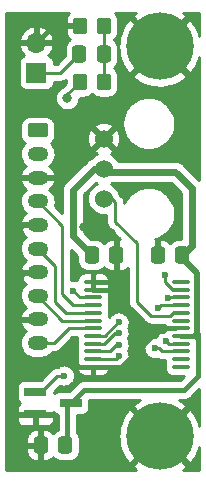
<source format=gbr>
%TF.GenerationSoftware,KiCad,Pcbnew,(6.0.1)*%
%TF.CreationDate,2022-07-06T13:38:45-07:00*%
%TF.ProjectId,mu100-dit,6d753130-302d-4646-9974-2e6b69636164,rev?*%
%TF.SameCoordinates,PX4a25ef0PY4c3f880*%
%TF.FileFunction,Copper,L1,Top*%
%TF.FilePolarity,Positive*%
%FSLAX46Y46*%
G04 Gerber Fmt 4.6, Leading zero omitted, Abs format (unit mm)*
G04 Created by KiCad (PCBNEW (6.0.1)) date 2022-07-06 13:38:45*
%MOMM*%
%LPD*%
G01*
G04 APERTURE LIST*
G04 Aperture macros list*
%AMRoundRect*
0 Rectangle with rounded corners*
0 $1 Rounding radius*
0 $2 $3 $4 $5 $6 $7 $8 $9 X,Y pos of 4 corners*
0 Add a 4 corners polygon primitive as box body*
4,1,4,$2,$3,$4,$5,$6,$7,$8,$9,$2,$3,0*
0 Add four circle primitives for the rounded corners*
1,1,$1+$1,$2,$3*
1,1,$1+$1,$4,$5*
1,1,$1+$1,$6,$7*
1,1,$1+$1,$8,$9*
0 Add four rect primitives between the rounded corners*
20,1,$1+$1,$2,$3,$4,$5,0*
20,1,$1+$1,$4,$5,$6,$7,0*
20,1,$1+$1,$6,$7,$8,$9,0*
20,1,$1+$1,$8,$9,$2,$3,0*%
G04 Aperture macros list end*
%TA.AperFunction,SMDPad,CuDef*%
%ADD10RoundRect,0.250000X-0.337500X-0.475000X0.337500X-0.475000X0.337500X0.475000X-0.337500X0.475000X0*%
%TD*%
%TA.AperFunction,ComponentPad*%
%ADD11RoundRect,0.250000X-0.625000X0.350000X-0.625000X-0.350000X0.625000X-0.350000X0.625000X0.350000X0*%
%TD*%
%TA.AperFunction,ComponentPad*%
%ADD12O,1.750000X1.200000*%
%TD*%
%TA.AperFunction,SMDPad,CuDef*%
%ADD13RoundRect,0.100000X-0.637500X-0.100000X0.637500X-0.100000X0.637500X0.100000X-0.637500X0.100000X0*%
%TD*%
%TA.AperFunction,ConnectorPad*%
%ADD14C,5.700000*%
%TD*%
%TA.AperFunction,ComponentPad*%
%ADD15C,3.600000*%
%TD*%
%TA.AperFunction,ComponentPad*%
%ADD16C,1.524000*%
%TD*%
%TA.AperFunction,SMDPad,CuDef*%
%ADD17R,1.900000X0.800000*%
%TD*%
%TA.AperFunction,SMDPad,CuDef*%
%ADD18RoundRect,0.250000X0.337500X0.475000X-0.337500X0.475000X-0.337500X-0.475000X0.337500X-0.475000X0*%
%TD*%
%TA.AperFunction,ComponentPad*%
%ADD19R,1.700000X1.700000*%
%TD*%
%TA.AperFunction,ComponentPad*%
%ADD20O,1.700000X1.700000*%
%TD*%
%TA.AperFunction,SMDPad,CuDef*%
%ADD21RoundRect,0.250000X-0.350000X-0.450000X0.350000X-0.450000X0.350000X0.450000X-0.350000X0.450000X0*%
%TD*%
%TA.AperFunction,ViaPad*%
%ADD22C,0.800000*%
%TD*%
%TA.AperFunction,ViaPad*%
%ADD23C,0.600000*%
%TD*%
%TA.AperFunction,Conductor*%
%ADD24C,0.250000*%
%TD*%
%TA.AperFunction,Conductor*%
%ADD25C,0.400000*%
%TD*%
%TA.AperFunction,Conductor*%
%ADD26C,0.600000*%
%TD*%
%TA.AperFunction,Conductor*%
%ADD27C,0.500000*%
%TD*%
%TA.AperFunction,Conductor*%
%ADD28C,0.254000*%
%TD*%
G04 APERTURE END LIST*
D10*
%TO.P,C3,1*%
%TO.N,GND*%
X81292500Y-117227000D03*
%TO.P,C3,2*%
%TO.N,+5V*%
X83367500Y-117227000D03*
%TD*%
D11*
%TO.P,J1,1,Pin_1*%
%TO.N,unconnected-(J1-Pad1)*%
X81030000Y-90572000D03*
D12*
%TO.P,J1,2,Pin_2*%
%TO.N,+5V*%
X81030000Y-92572000D03*
%TO.P,J1,3,Pin_3*%
%TO.N,GND*%
X81030000Y-94572000D03*
%TO.P,J1,4,Pin_4*%
%TO.N,/MCLK*%
X81030000Y-96572000D03*
%TO.P,J1,5,Pin_5*%
%TO.N,GND*%
X81030000Y-98572000D03*
%TO.P,J1,6,Pin_6*%
%TO.N,/SDAT*%
X81030000Y-100572000D03*
%TO.P,J1,7,Pin_7*%
%TO.N,GND*%
X81030000Y-102572000D03*
%TO.P,J1,8,Pin_8*%
%TO.N,/BICK*%
X81030000Y-104572000D03*
%TO.P,J1,9,Pin_9*%
%TO.N,GND*%
X81030000Y-106572000D03*
%TO.P,J1,10,Pin_10*%
%TO.N,/LRCK*%
X81030000Y-108572000D03*
%TD*%
D13*
%TO.P,U2,1,V1*%
%TO.N,GND*%
X85739500Y-103413427D03*
%TO.P,U2,2,TRANS*%
X85739500Y-104063427D03*
%TO.P,U2,3,PDN*%
%TO.N,/RESET*%
X85739500Y-104713427D03*
%TO.P,U2,4,MCLK*%
%TO.N,/MCLK*%
X85739500Y-105363427D03*
%TO.P,U2,5,SDTI*%
%TO.N,/SDAT*%
X85739500Y-106013427D03*
%TO.P,U2,6,BICK*%
%TO.N,/BICK*%
X85739500Y-106663427D03*
%TO.P,U2,7,LRCK*%
%TO.N,/LRCK*%
X85739500Y-107313427D03*
%TO.P,U2,8,FS0/CSN*%
%TO.N,/FS0*%
X85739500Y-107963427D03*
%TO.P,U2,9,FS1/CDTI*%
%TO.N,/FS1*%
X85739500Y-108613427D03*
%TO.P,U2,10,FS2/CCLK*%
%TO.N,/FS2*%
X85739500Y-109263427D03*
%TO.P,U2,11,FS3/CDTO*%
%TO.N,/FS3*%
X85739500Y-109913427D03*
%TO.P,U2,12,C1*%
%TO.N,GND*%
X85739500Y-110563427D03*
%TO.P,U2,13,ANS*%
%TO.N,unconnected-(U2-Pad13)*%
X93164500Y-110563427D03*
%TO.P,U2,14,BLS*%
%TO.N,unconnected-(U2-Pad14)*%
X93164500Y-109913427D03*
%TO.P,U2,15,CKS0*%
%TO.N,/CKS0*%
X93164500Y-109263427D03*
%TO.P,U2,16,CKS1*%
%TO.N,/CKS1*%
X93164500Y-108613427D03*
%TO.P,U2,17,VDD*%
%TO.N,+5V*%
X93164500Y-107963427D03*
%TO.P,U2,18,VSS*%
%TO.N,GND*%
X93164500Y-107313427D03*
%TO.P,U2,19,TXN*%
%TO.N,unconnected-(U2-Pad19)*%
X93164500Y-106663427D03*
%TO.P,U2,20,TXP*%
%TO.N,/TXP*%
X93164500Y-106013427D03*
%TO.P,U2,21,DIF0*%
%TO.N,/DIF0*%
X93164500Y-105363427D03*
%TO.P,U2,22,DIF1*%
%TO.N,/DIF1*%
X93164500Y-104713427D03*
%TO.P,U2,23,DIF2*%
%TO.N,/DIF2*%
X93164500Y-104063427D03*
%TO.P,U2,24,U1*%
%TO.N,unconnected-(U2-Pad24)*%
X93164500Y-103413427D03*
%TD*%
D14*
%TO.P,H1,1,1*%
%TO.N,GND*%
X91350000Y-83452000D03*
D15*
X91350000Y-83452000D03*
%TD*%
D16*
%TO.P,U1,1,GND*%
%TO.N,GND*%
X86620000Y-91262000D03*
%TO.P,U1,2,VCC*%
%TO.N,+5V*%
X86620000Y-93802000D03*
%TO.P,U1,3,Input*%
%TO.N,/TXP*%
X86620000Y-96342000D03*
%TD*%
D10*
%TO.P,C2,1*%
%TO.N,GND*%
X91208500Y-101140000D03*
%TO.P,C2,2*%
%TO.N,+5V*%
X93283500Y-101140000D03*
%TD*%
D17*
%TO.P,U3,1,\u002ARESET*%
%TO.N,/RESET*%
X80830000Y-112702000D03*
%TO.P,U3,2,GND*%
%TO.N,GND*%
X80830000Y-114602000D03*
%TO.P,U3,3,VCC*%
%TO.N,+5V*%
X83830000Y-113652000D03*
%TD*%
D18*
%TO.P,C1,1*%
%TO.N,GND*%
X87695500Y-101140000D03*
%TO.P,C1,2*%
%TO.N,+5V*%
X85620500Y-101140000D03*
%TD*%
D14*
%TO.P,H2,1,1*%
%TO.N,GND*%
X91350000Y-116452000D03*
D15*
X91350000Y-116452000D03*
%TD*%
D19*
%TO.P,J2,1,Pin_1*%
%TO.N,Net-(C4-Pad2)*%
X80910000Y-85675000D03*
D20*
%TO.P,J2,2,Pin_2*%
%TO.N,GND*%
X80910000Y-83135000D03*
%TD*%
D21*
%TO.P,R1,1*%
%TO.N,/TXP*%
X84628572Y-86452000D03*
%TO.P,R1,2*%
%TO.N,Net-(C4-Pad1)*%
X86628572Y-86452000D03*
%TD*%
%TO.P,R2,1*%
%TO.N,GND*%
X84628572Y-81702000D03*
%TO.P,R2,2*%
%TO.N,Net-(C4-Pad1)*%
X86628572Y-81702000D03*
%TD*%
D18*
%TO.P,C4,1*%
%TO.N,Net-(C4-Pad1)*%
X86636072Y-84077000D03*
%TO.P,C4,2*%
%TO.N,Net-(C4-Pad2)*%
X84561072Y-84077000D03*
%TD*%
D22*
%TO.N,/TXP*%
X83550000Y-87826000D03*
%TO.N,GND*%
X87200000Y-99282000D03*
X82850000Y-94882000D03*
X84060000Y-92542000D03*
X89070000Y-95352000D03*
X84970000Y-98752000D03*
X89130000Y-92702000D03*
D23*
%TO.N,/RESET*%
X83260000Y-111322000D03*
X84016400Y-104137200D03*
%TO.N,/FS0*%
X87889978Y-106829600D03*
%TO.N,/FS1*%
X87877200Y-107744000D03*
%TO.N,/FS2*%
X87885439Y-108751761D03*
%TO.N,/FS3*%
X87877200Y-109674400D03*
%TO.N,/DIF0*%
X91230000Y-105585000D03*
%TO.N,/DIF1*%
X92037242Y-104738927D03*
%TO.N,/DIF2*%
X91839600Y-102841800D03*
%TO.N,/CKS0*%
X90925200Y-109003500D03*
%TO.N,/CKS1*%
X91915800Y-108379000D03*
%TD*%
D24*
%TO.N,/TXP*%
X83550000Y-87500572D02*
X84598572Y-86452000D01*
X83550000Y-87826000D02*
X83550000Y-87500572D01*
D25*
%TO.N,GND*%
X82343000Y-81702000D02*
X80910000Y-83135000D01*
X84628572Y-81702000D02*
X82343000Y-81702000D01*
D24*
%TO.N,Net-(C4-Pad2)*%
X82963072Y-85675000D02*
X80910000Y-85675000D01*
X84561072Y-84077000D02*
X82963072Y-85675000D01*
%TO.N,Net-(C4-Pad1)*%
X86598572Y-85989500D02*
X86598572Y-86452000D01*
X86628572Y-86019500D02*
X86598572Y-85989500D01*
X86628572Y-81702000D02*
X86628572Y-86019500D01*
D25*
%TO.N,GND*%
X83655000Y-109902000D02*
X80155000Y-109902000D01*
X86991427Y-104063427D02*
X87130000Y-104202000D01*
X88118573Y-110563427D02*
X85739500Y-110563427D01*
X85739500Y-103413427D02*
X87130000Y-103413427D01*
X78588000Y-104246000D02*
X79292000Y-104950000D01*
X89830000Y-108302000D02*
X89830000Y-108852000D01*
X81030000Y-98572000D02*
X79828000Y-98572000D01*
X78480000Y-99920000D02*
X78480000Y-104022000D01*
X91878573Y-107303427D02*
X92675500Y-107303427D01*
X79292000Y-109039000D02*
X79292000Y-106474000D01*
X88156573Y-110563427D02*
X91168000Y-107552000D01*
X81030000Y-94572000D02*
X79256000Y-94572000D01*
X79390000Y-106572000D02*
X79292000Y-106474000D01*
X79256000Y-94572000D02*
X78480000Y-95348000D01*
X85739500Y-110563427D02*
X84316427Y-110563427D01*
X85739500Y-104063427D02*
X86991427Y-104063427D01*
X91630000Y-107552000D02*
X91878573Y-107303427D01*
X91168000Y-107552000D02*
X91630000Y-107552000D01*
X78480000Y-104022000D02*
X78588000Y-104130000D01*
X87130000Y-104412000D02*
X88910000Y-106192000D01*
X79828000Y-98572000D02*
X78480000Y-99920000D01*
X88910000Y-106192000D02*
X88910000Y-107432000D01*
X78588000Y-104130000D02*
X78588000Y-104246000D01*
X84316427Y-110563427D02*
X83655000Y-109902000D01*
X87130000Y-104202000D02*
X87130000Y-104412000D01*
X79292000Y-104950000D02*
X79292000Y-106474000D01*
X89830000Y-108852000D02*
X88118573Y-110563427D01*
X80155000Y-109902000D02*
X79292000Y-109039000D01*
X79930000Y-102572000D02*
X78480000Y-104022000D01*
X78480000Y-95348000D02*
X78480000Y-99920000D01*
X87130000Y-103413427D02*
X87130000Y-104202000D01*
X81030000Y-102572000D02*
X79930000Y-102572000D01*
X88910000Y-107432000D02*
X89730000Y-108252000D01*
X81030000Y-106572000D02*
X79390000Y-106572000D01*
D26*
%TO.N,+5V*%
X94090000Y-95462000D02*
X92690000Y-94062000D01*
X85830000Y-93802000D02*
X84030000Y-95602000D01*
X94090000Y-100312000D02*
X94090000Y-95462000D01*
D25*
X83555000Y-113927000D02*
X83555000Y-116914500D01*
X94068573Y-107963427D02*
X94318573Y-107963427D01*
X94580000Y-111402000D02*
X93430000Y-112552000D01*
D26*
X86371000Y-93802000D02*
X85830000Y-93802000D01*
D27*
X94360000Y-107962000D02*
X94560000Y-107762000D01*
D25*
X83555000Y-116914500D02*
X83367500Y-117102000D01*
X94580000Y-108224854D02*
X94580000Y-111402000D01*
X94318573Y-107963427D02*
X94580000Y-108224854D01*
D27*
X94530000Y-107732000D02*
X94530000Y-102640500D01*
D26*
X84030000Y-95602000D02*
X84030000Y-99549500D01*
D27*
X94530000Y-102640500D02*
X93029500Y-101140000D01*
D26*
X93516000Y-100886000D02*
X94090000Y-100312000D01*
D25*
X94580000Y-108224854D02*
X94580000Y-107782000D01*
X94580000Y-107782000D02*
X94560000Y-107762000D01*
X83830000Y-113652000D02*
X83555000Y-113927000D01*
X94318573Y-107963427D02*
X93164500Y-107963427D01*
D27*
X94560000Y-107762000D02*
X94530000Y-107732000D01*
D26*
X92690000Y-94062000D02*
X86880000Y-94062000D01*
D25*
X84930000Y-112552000D02*
X83830000Y-113652000D01*
D26*
X84030000Y-99549500D02*
X85620500Y-101140000D01*
D25*
X93430000Y-112552000D02*
X84930000Y-112552000D01*
D26*
X86880000Y-94062000D02*
X86620000Y-93802000D01*
D24*
%TO.N,/LRCK*%
X83660357Y-107313427D02*
X82401784Y-108572000D01*
X85739500Y-107313427D02*
X83660357Y-107313427D01*
X82401784Y-108572000D02*
X81030000Y-108572000D01*
%TO.N,/SDAT*%
X82490000Y-102032000D02*
X82490000Y-105100000D01*
X81030000Y-100572000D02*
X82490000Y-102032000D01*
X83403427Y-106013427D02*
X85739500Y-106013427D01*
X82490000Y-105100000D02*
X83403427Y-106013427D01*
%TO.N,/RESET*%
X84592627Y-104713427D02*
X85739500Y-104713427D01*
X82710000Y-111322000D02*
X81330000Y-112702000D01*
X83260000Y-111322000D02*
X82710000Y-111322000D01*
X84016400Y-104137200D02*
X84592627Y-104713427D01*
X81330000Y-112702000D02*
X80830000Y-112702000D01*
%TO.N,/MCLK*%
X81030000Y-96572000D02*
X83102000Y-98644000D01*
X84027427Y-105363427D02*
X85739500Y-105363427D01*
X83102000Y-104438000D02*
X84027427Y-105363427D01*
X83102000Y-98644000D02*
X83102000Y-104438000D01*
%TO.N,/FS0*%
X86699662Y-107963427D02*
X85739500Y-107963427D01*
X87833489Y-106829600D02*
X86699662Y-107963427D01*
X87889978Y-106829600D02*
X87833489Y-106829600D01*
%TO.N,/FS1*%
X87877200Y-107744000D02*
X87554807Y-107744000D01*
X87554807Y-107744000D02*
X86685380Y-108613427D01*
X86685380Y-108613427D02*
X85739500Y-108613427D01*
%TO.N,/FS2*%
X87885439Y-108751761D02*
X87680239Y-108751761D01*
X87168573Y-109263427D02*
X85739500Y-109263427D01*
X87680239Y-108751761D02*
X87168573Y-109263427D01*
%TO.N,/FS3*%
X87877200Y-109674400D02*
X87638173Y-109913427D01*
X87638173Y-109913427D02*
X85739500Y-109913427D01*
%TO.N,/TXP*%
X90630000Y-106252000D02*
X92238066Y-106252000D01*
X89440000Y-100142000D02*
X89440000Y-105062000D01*
X92476639Y-106013427D02*
X93164500Y-106013427D01*
X89440000Y-105062000D02*
X90630000Y-106252000D01*
X87610000Y-98312000D02*
X89440000Y-100142000D01*
X92238066Y-106252000D02*
X92476639Y-106013427D01*
X87610000Y-96662000D02*
X87610000Y-98312000D01*
X86620000Y-96342000D02*
X87290000Y-96342000D01*
X87290000Y-96342000D02*
X87610000Y-96662000D01*
%TO.N,/DIF0*%
X91451573Y-105363427D02*
X93164500Y-105363427D01*
X91230000Y-105585000D02*
X91451573Y-105363427D01*
%TO.N,/DIF1*%
X92037242Y-104738927D02*
X92062742Y-104713427D01*
X92062742Y-104713427D02*
X93164500Y-104713427D01*
%TO.N,/DIF2*%
X91839600Y-102841800D02*
X91839600Y-103411600D01*
X92102480Y-103689268D02*
X92476639Y-104063427D01*
X91839600Y-103411600D02*
X92102480Y-103674480D01*
X92476639Y-104063427D02*
X93164500Y-104063427D01*
X92102480Y-103674480D02*
X92102480Y-103689268D01*
%TO.N,/CKS0*%
X91331500Y-109003500D02*
X91591427Y-109263427D01*
X90925200Y-109003500D02*
X91331500Y-109003500D01*
X91591427Y-109263427D02*
X93164500Y-109263427D01*
%TO.N,/BICK*%
X81030000Y-104572000D02*
X83121427Y-106663427D01*
X83121427Y-106663427D02*
X85739500Y-106663427D01*
%TO.N,/CKS1*%
X92150227Y-108613427D02*
X93164500Y-108613427D01*
X91915800Y-108379000D02*
X92150227Y-108613427D01*
%TD*%
%TO.N,GND*%
D28*
X83590489Y-80689991D02*
X83572402Y-80712893D01*
X83479654Y-80863359D01*
X83467321Y-80889807D01*
X83411675Y-81057573D01*
X83405924Y-81084399D01*
X83395228Y-81188795D01*
X83394572Y-81201637D01*
X83394572Y-81448000D01*
X83414574Y-81516121D01*
X83468230Y-81562614D01*
X83520572Y-81574000D01*
X84756572Y-81574000D01*
X84756572Y-81830000D01*
X83520573Y-81830000D01*
X83452452Y-81850002D01*
X83405959Y-81903658D01*
X83394573Y-81956000D01*
X83394573Y-82202362D01*
X83395246Y-82215365D01*
X83406213Y-82321066D01*
X83412016Y-82347939D01*
X83467954Y-82515608D01*
X83480334Y-82542035D01*
X83573345Y-82692338D01*
X83591471Y-82715208D01*
X83716563Y-82840083D01*
X83739465Y-82858170D01*
X83742070Y-82859776D01*
X83682921Y-82896378D01*
X83660051Y-82914504D01*
X83535094Y-83039679D01*
X83517007Y-83062581D01*
X83424197Y-83213146D01*
X83411864Y-83239595D01*
X83356182Y-83407472D01*
X83350431Y-83434296D01*
X83339728Y-83538757D01*
X83339072Y-83551600D01*
X83339072Y-84224905D01*
X82648477Y-84915500D01*
X82394500Y-84915500D01*
X82394500Y-84776866D01*
X82393763Y-84763258D01*
X82387008Y-84701076D01*
X82379727Y-84670454D01*
X82328597Y-84534065D01*
X82311441Y-84502730D01*
X82224087Y-84386174D01*
X82198826Y-84360913D01*
X82082270Y-84273559D01*
X82050935Y-84256403D01*
X81931917Y-84211785D01*
X82036653Y-84107413D01*
X82050035Y-84091689D01*
X82180344Y-83910345D01*
X82190979Y-83892646D01*
X82289921Y-83692453D01*
X82297522Y-83673255D01*
X82362438Y-83459592D01*
X82366802Y-83439408D01*
X82371273Y-83405445D01*
X82360333Y-83335297D01*
X82313205Y-83282198D01*
X82246351Y-83263000D01*
X79575110Y-83263000D01*
X79506989Y-83283002D01*
X79460496Y-83336658D01*
X79450392Y-83406932D01*
X79452193Y-83416701D01*
X79486784Y-83570190D01*
X79492958Y-83589893D01*
X79576971Y-83796794D01*
X79586281Y-83815225D01*
X79702959Y-84005626D01*
X79715155Y-84022288D01*
X79861364Y-84191076D01*
X79876116Y-84205523D01*
X79885035Y-84212928D01*
X79769065Y-84256403D01*
X79737730Y-84273559D01*
X79621174Y-84360913D01*
X79595913Y-84386174D01*
X79508559Y-84502730D01*
X79491403Y-84534065D01*
X79440273Y-84670454D01*
X79432992Y-84701076D01*
X79426237Y-84763258D01*
X79425500Y-84776866D01*
X79425500Y-86573134D01*
X79426237Y-86586742D01*
X79432992Y-86648924D01*
X79440273Y-86679546D01*
X79491403Y-86815935D01*
X79508559Y-86847270D01*
X79595913Y-86963826D01*
X79621174Y-86989087D01*
X79737730Y-87076441D01*
X79769065Y-87093597D01*
X79905454Y-87144727D01*
X79936076Y-87152008D01*
X79998258Y-87158763D01*
X80011866Y-87159500D01*
X81808134Y-87159500D01*
X81821742Y-87158763D01*
X81883924Y-87152008D01*
X81914546Y-87144727D01*
X82050935Y-87093597D01*
X82082270Y-87076441D01*
X82198826Y-86989087D01*
X82224087Y-86963826D01*
X82311441Y-86847270D01*
X82328597Y-86815935D01*
X82379727Y-86679546D01*
X82387008Y-86648924D01*
X82393763Y-86586742D01*
X82394500Y-86573134D01*
X82394500Y-86434500D01*
X82884305Y-86434500D01*
X82906940Y-86436640D01*
X82975017Y-86434500D01*
X83002928Y-86434500D01*
X83018718Y-86433507D01*
X83022729Y-86433000D01*
X83066920Y-86431611D01*
X83098113Y-86426670D01*
X83117564Y-86421019D01*
X83137662Y-86418480D01*
X83168253Y-86410626D01*
X83209367Y-86394348D01*
X83251817Y-86382015D01*
X83280805Y-86369471D01*
X83298241Y-86359159D01*
X83317071Y-86351704D01*
X83344749Y-86336489D01*
X83380519Y-86310501D01*
X83394072Y-86302486D01*
X83394072Y-86582405D01*
X83068653Y-86907824D01*
X83068434Y-86908005D01*
X83041999Y-86919775D01*
X83019187Y-86932946D01*
X82864686Y-87045198D01*
X82845111Y-87062824D01*
X82717324Y-87204746D01*
X82701841Y-87226056D01*
X82606354Y-87391444D01*
X82595640Y-87415508D01*
X82536625Y-87597136D01*
X82531148Y-87622902D01*
X82511186Y-87812830D01*
X82511186Y-87839170D01*
X82531148Y-88029098D01*
X82536625Y-88054864D01*
X82595640Y-88236492D01*
X82606354Y-88260556D01*
X82701841Y-88425944D01*
X82717324Y-88447254D01*
X82845111Y-88589176D01*
X82864686Y-88606802D01*
X83019187Y-88719054D01*
X83041999Y-88732225D01*
X83216463Y-88809901D01*
X83241515Y-88818041D01*
X83428316Y-88857747D01*
X83454513Y-88860500D01*
X83645487Y-88860500D01*
X83671684Y-88857747D01*
X83858485Y-88818041D01*
X83883537Y-88809901D01*
X84058001Y-88732225D01*
X84080813Y-88719054D01*
X84235314Y-88606802D01*
X84254889Y-88589176D01*
X84382676Y-88447254D01*
X84398159Y-88425944D01*
X84493646Y-88260556D01*
X84504360Y-88236492D01*
X84563375Y-88054864D01*
X84568852Y-88029098D01*
X84588814Y-87839170D01*
X84588814Y-87812829D01*
X84586047Y-87786500D01*
X85028972Y-87786500D01*
X85041976Y-87785827D01*
X85147742Y-87774853D01*
X85174614Y-87769050D01*
X85342394Y-87713074D01*
X85368821Y-87700694D01*
X85519223Y-87607622D01*
X85542093Y-87589496D01*
X85628529Y-87502909D01*
X85716251Y-87590478D01*
X85739153Y-87608565D01*
X85889718Y-87701375D01*
X85916167Y-87713708D01*
X86084044Y-87769390D01*
X86110868Y-87775141D01*
X86215329Y-87785844D01*
X86228172Y-87786500D01*
X87028972Y-87786500D01*
X87041976Y-87785827D01*
X87147742Y-87774853D01*
X87174614Y-87769050D01*
X87342394Y-87713074D01*
X87368821Y-87700694D01*
X87519223Y-87607622D01*
X87542093Y-87589496D01*
X87667050Y-87464321D01*
X87685137Y-87441419D01*
X87777947Y-87290854D01*
X87790280Y-87264405D01*
X87845962Y-87096528D01*
X87851713Y-87069704D01*
X87862416Y-86965243D01*
X87863072Y-86952400D01*
X87863072Y-85975830D01*
X89035476Y-85975830D01*
X89040541Y-86046645D01*
X89071555Y-86093716D01*
X89074449Y-86096481D01*
X89084787Y-86105340D01*
X89373350Y-86326763D01*
X89384595Y-86334463D01*
X89695385Y-86523426D01*
X89707395Y-86529866D01*
X90036774Y-86684158D01*
X90049409Y-86689263D01*
X90393526Y-86807081D01*
X90406639Y-86810791D01*
X90761467Y-86890755D01*
X90774904Y-86893028D01*
X91136293Y-86934203D01*
X91149897Y-86935011D01*
X91513618Y-86936915D01*
X91527230Y-86936250D01*
X91889030Y-86898862D01*
X91902490Y-86896730D01*
X92258136Y-86820486D01*
X92271287Y-86816913D01*
X92616619Y-86702705D01*
X92629307Y-86697732D01*
X92960284Y-86546897D01*
X92972361Y-86540583D01*
X93285112Y-86354885D01*
X93296437Y-86347304D01*
X93587304Y-86128915D01*
X93597744Y-86120155D01*
X93626308Y-86093425D01*
X93662380Y-86032275D01*
X93659665Y-85961330D01*
X93629310Y-85912330D01*
X91439095Y-83722115D01*
X91376783Y-83688089D01*
X91305968Y-83693154D01*
X91260905Y-83722115D01*
X89069502Y-85913518D01*
X89035476Y-85975830D01*
X87863072Y-85975830D01*
X87863072Y-85951600D01*
X87862399Y-85938596D01*
X87851425Y-85832830D01*
X87845622Y-85805958D01*
X87789646Y-85638178D01*
X87777266Y-85611751D01*
X87684194Y-85461349D01*
X87666068Y-85438479D01*
X87540893Y-85313522D01*
X87517991Y-85295435D01*
X87485491Y-85275402D01*
X87514223Y-85257622D01*
X87537093Y-85239496D01*
X87662050Y-85114321D01*
X87680137Y-85091419D01*
X87772947Y-84940854D01*
X87785280Y-84914405D01*
X87840962Y-84746528D01*
X87846713Y-84719704D01*
X87857416Y-84615243D01*
X87858072Y-84602400D01*
X87858072Y-83551600D01*
X87857399Y-83538596D01*
X87847857Y-83446636D01*
X87861249Y-83446636D01*
X87879651Y-83809897D01*
X87881076Y-83823450D01*
X87938603Y-84182599D01*
X87941483Y-84195919D01*
X88037460Y-84546754D01*
X88041761Y-84559685D01*
X88175068Y-84898103D01*
X88180741Y-84910494D01*
X88349816Y-85232535D01*
X88356794Y-85244241D01*
X88559661Y-85546139D01*
X88567863Y-85557023D01*
X88706231Y-85721339D01*
X88765410Y-85760562D01*
X88836399Y-85761564D01*
X88891706Y-85729274D01*
X91079885Y-83541095D01*
X91113911Y-83478783D01*
X91108846Y-83407968D01*
X91079885Y-83362905D01*
X88891810Y-81174830D01*
X88829498Y-81140804D01*
X88758683Y-81145869D01*
X88706903Y-81182095D01*
X88582626Y-81327606D01*
X88574350Y-81338432D01*
X88369380Y-81638906D01*
X88362320Y-81650563D01*
X88191001Y-81971417D01*
X88185242Y-81983767D01*
X88049576Y-82321245D01*
X88045184Y-82334146D01*
X87946759Y-82684303D01*
X87943786Y-82697603D01*
X87883754Y-83056342D01*
X87882235Y-83069885D01*
X87861297Y-83433008D01*
X87861249Y-83446636D01*
X87847857Y-83446636D01*
X87846425Y-83432830D01*
X87840622Y-83405958D01*
X87784646Y-83238178D01*
X87772266Y-83211751D01*
X87679194Y-83061349D01*
X87661068Y-83038479D01*
X87535893Y-82913522D01*
X87512991Y-82895435D01*
X87485501Y-82878490D01*
X87519223Y-82857622D01*
X87542093Y-82839496D01*
X87667050Y-82714321D01*
X87685137Y-82691419D01*
X87777947Y-82540854D01*
X87790280Y-82514405D01*
X87845962Y-82346528D01*
X87851713Y-82319704D01*
X87862416Y-82215243D01*
X87863072Y-82202400D01*
X87863072Y-81201600D01*
X87862399Y-81188596D01*
X87851425Y-81082830D01*
X87845622Y-81055958D01*
X87789646Y-80888178D01*
X87777266Y-80861751D01*
X87684194Y-80711349D01*
X87666068Y-80688479D01*
X87563410Y-80586000D01*
X89363728Y-80586000D01*
X89103366Y-80782911D01*
X89092956Y-80791707D01*
X89073004Y-80810509D01*
X89037146Y-80871785D01*
X89040108Y-80942719D01*
X89070323Y-80991303D01*
X91260905Y-83181885D01*
X91323217Y-83215911D01*
X91394032Y-83210846D01*
X91439095Y-83181885D01*
X93630073Y-80990907D01*
X93664099Y-80928595D01*
X93659034Y-80857780D01*
X93627713Y-80810417D01*
X93616318Y-80799603D01*
X93605937Y-80790768D01*
X93337140Y-80586000D01*
X94716000Y-80586000D01*
X94716000Y-82552316D01*
X94658698Y-82345690D01*
X94654352Y-82332774D01*
X94519865Y-81994823D01*
X94514148Y-81982452D01*
X94343949Y-81661003D01*
X94336931Y-81649322D01*
X94133012Y-81348134D01*
X94124772Y-81337279D01*
X93993419Y-81182392D01*
X93934105Y-81143375D01*
X93863112Y-81142620D01*
X93808228Y-81174792D01*
X91620115Y-83362905D01*
X91586089Y-83425217D01*
X91591154Y-83496032D01*
X91620115Y-83541095D01*
X93808180Y-85729160D01*
X93870492Y-85763186D01*
X93941307Y-85758121D01*
X93992800Y-85722230D01*
X94109941Y-85586042D01*
X94118256Y-85575244D01*
X94324273Y-85275487D01*
X94331373Y-85263855D01*
X94503812Y-84943602D01*
X94509615Y-84931271D01*
X94646458Y-84594268D01*
X94650894Y-84581383D01*
X94716000Y-84352826D01*
X94716000Y-94766101D01*
X94689221Y-94739134D01*
X94686644Y-94737062D01*
X93357329Y-93407747D01*
X93294252Y-93343335D01*
X93272484Y-93325582D01*
X93236050Y-93302102D01*
X93202165Y-93275052D01*
X93178395Y-93260083D01*
X93148201Y-93245487D01*
X93120018Y-93227324D01*
X93094858Y-93214834D01*
X93054122Y-93200007D01*
X93015089Y-93181138D01*
X92988595Y-93171808D01*
X92955917Y-93164264D01*
X92924410Y-93152796D01*
X92897106Y-93146190D01*
X92854091Y-93140756D01*
X92811860Y-93131006D01*
X92783955Y-93127777D01*
X92743385Y-93127635D01*
X92741231Y-93127500D01*
X92704581Y-93127500D01*
X92602570Y-93127144D01*
X92599293Y-93127500D01*
X87846343Y-93127500D01*
X87838683Y-93111074D01*
X87827701Y-93092053D01*
X87700190Y-92909948D01*
X87686072Y-92893124D01*
X87528876Y-92735928D01*
X87512052Y-92721810D01*
X87329948Y-92594299D01*
X87310927Y-92583317D01*
X87200285Y-92531724D01*
X87310676Y-92480248D01*
X87329696Y-92469266D01*
X87392875Y-92425028D01*
X87437204Y-92369571D01*
X87444513Y-92298952D01*
X87409700Y-92232720D01*
X86709095Y-91532115D01*
X86646783Y-91498089D01*
X86575968Y-91503154D01*
X86530905Y-91532115D01*
X85830300Y-92232720D01*
X85796274Y-92295032D01*
X85801339Y-92365847D01*
X85847125Y-92425028D01*
X85910304Y-92469266D01*
X85929324Y-92480248D01*
X86039715Y-92531724D01*
X85929074Y-92583317D01*
X85910053Y-92594299D01*
X85727948Y-92721810D01*
X85711124Y-92735928D01*
X85553928Y-92893124D01*
X85540812Y-92908753D01*
X85517239Y-92916686D01*
X85477944Y-92935009D01*
X85437011Y-92949264D01*
X85411679Y-92961400D01*
X85383237Y-92979172D01*
X85352848Y-92993343D01*
X85328872Y-93007978D01*
X85294618Y-93034548D01*
X85257855Y-93057520D01*
X85235839Y-93074969D01*
X85207030Y-93103578D01*
X85205435Y-93104984D01*
X85179898Y-93130521D01*
X85107134Y-93202779D01*
X85105058Y-93205361D01*
X83375748Y-94934670D01*
X83311335Y-94997748D01*
X83293582Y-95019516D01*
X83270102Y-95055950D01*
X83243052Y-95089835D01*
X83228083Y-95113605D01*
X83213487Y-95143799D01*
X83195324Y-95171982D01*
X83182834Y-95197142D01*
X83168007Y-95237878D01*
X83149138Y-95276911D01*
X83139808Y-95303405D01*
X83132264Y-95336083D01*
X83120796Y-95367590D01*
X83114190Y-95394894D01*
X83108756Y-95437909D01*
X83099006Y-95480140D01*
X83095777Y-95508045D01*
X83095635Y-95548615D01*
X83095500Y-95550769D01*
X83095500Y-95587419D01*
X83095144Y-95689430D01*
X83095500Y-95692707D01*
X83095500Y-97563406D01*
X82480956Y-96948862D01*
X82505889Y-96877062D01*
X82511557Y-96853809D01*
X82541909Y-96644476D01*
X82543078Y-96620570D01*
X82533298Y-96409275D01*
X82529926Y-96385580D01*
X82480368Y-96179945D01*
X82472576Y-96157315D01*
X82385027Y-95964762D01*
X82373096Y-95944013D01*
X82250716Y-95771489D01*
X82235077Y-95753371D01*
X82082281Y-95607101D01*
X82063498Y-95592267D01*
X82030742Y-95571116D01*
X82150407Y-95477118D01*
X82167739Y-95460613D01*
X82306308Y-95300927D01*
X82320207Y-95281441D01*
X82426080Y-95098432D01*
X82436044Y-95076670D01*
X82505401Y-94876943D01*
X82511070Y-94853685D01*
X82512463Y-94844075D01*
X82502440Y-94773790D01*
X82456009Y-94720081D01*
X82387766Y-94700000D01*
X79676483Y-94700000D01*
X79608362Y-94720002D01*
X79561869Y-94773658D01*
X79551765Y-94843932D01*
X79553990Y-94855521D01*
X79580107Y-94963891D01*
X79587899Y-94986521D01*
X79675408Y-95178988D01*
X79687339Y-95199737D01*
X79809664Y-95372183D01*
X79825303Y-95390301D01*
X79978030Y-95536505D01*
X79996813Y-95551339D01*
X80029230Y-95572270D01*
X79909247Y-95666518D01*
X79891915Y-95683024D01*
X79753283Y-95842783D01*
X79739384Y-95862268D01*
X79633463Y-96045359D01*
X79623499Y-96067121D01*
X79554111Y-96266938D01*
X79548443Y-96290191D01*
X79518091Y-96499524D01*
X79516922Y-96523430D01*
X79526702Y-96734725D01*
X79530074Y-96758420D01*
X79579632Y-96964055D01*
X79587424Y-96986685D01*
X79674973Y-97179238D01*
X79686904Y-97199987D01*
X79809284Y-97372511D01*
X79824923Y-97390629D01*
X79977719Y-97536899D01*
X79996502Y-97551733D01*
X80029258Y-97572884D01*
X79909593Y-97666882D01*
X79892261Y-97683387D01*
X79753692Y-97843073D01*
X79739793Y-97862559D01*
X79633920Y-98045568D01*
X79623956Y-98067330D01*
X79554599Y-98267057D01*
X79548930Y-98290315D01*
X79547537Y-98299925D01*
X79557560Y-98370210D01*
X79603991Y-98423919D01*
X79672234Y-98444000D01*
X81158000Y-98444000D01*
X81158000Y-98700000D01*
X79676483Y-98700000D01*
X79608362Y-98720002D01*
X79561869Y-98773658D01*
X79551765Y-98843932D01*
X79553990Y-98855521D01*
X79580107Y-98963891D01*
X79587899Y-98986521D01*
X79675408Y-99178988D01*
X79687339Y-99199737D01*
X79809664Y-99372183D01*
X79825303Y-99390301D01*
X79978030Y-99536505D01*
X79996813Y-99551339D01*
X80029230Y-99572270D01*
X79909247Y-99666518D01*
X79891915Y-99683024D01*
X79753283Y-99842783D01*
X79739384Y-99862268D01*
X79633463Y-100045359D01*
X79623499Y-100067121D01*
X79554111Y-100266938D01*
X79548443Y-100290191D01*
X79518091Y-100499524D01*
X79516922Y-100523430D01*
X79526702Y-100734725D01*
X79530074Y-100758420D01*
X79579632Y-100964055D01*
X79587424Y-100986685D01*
X79674973Y-101179238D01*
X79686904Y-101199987D01*
X79809284Y-101372511D01*
X79824923Y-101390629D01*
X79977719Y-101536899D01*
X79996502Y-101551733D01*
X80029258Y-101572884D01*
X79909593Y-101666882D01*
X79892261Y-101683387D01*
X79753692Y-101843073D01*
X79739793Y-101862559D01*
X79633920Y-102045568D01*
X79623956Y-102067330D01*
X79554599Y-102267057D01*
X79548930Y-102290315D01*
X79547537Y-102299925D01*
X79557560Y-102370210D01*
X79603991Y-102423919D01*
X79672234Y-102444000D01*
X81158000Y-102444000D01*
X81158000Y-102700000D01*
X79676483Y-102700000D01*
X79608362Y-102720002D01*
X79561869Y-102773658D01*
X79551765Y-102843932D01*
X79553990Y-102855521D01*
X79580107Y-102963891D01*
X79587899Y-102986521D01*
X79675408Y-103178988D01*
X79687339Y-103199737D01*
X79809664Y-103372183D01*
X79825303Y-103390301D01*
X79978030Y-103536505D01*
X79996813Y-103551339D01*
X80029230Y-103572270D01*
X79909247Y-103666518D01*
X79891915Y-103683024D01*
X79753283Y-103842783D01*
X79739384Y-103862268D01*
X79633463Y-104045359D01*
X79623499Y-104067121D01*
X79554111Y-104266938D01*
X79548443Y-104290191D01*
X79518091Y-104499524D01*
X79516922Y-104523430D01*
X79526702Y-104734725D01*
X79530074Y-104758420D01*
X79579632Y-104964055D01*
X79587424Y-104986685D01*
X79674973Y-105179238D01*
X79686904Y-105199987D01*
X79809284Y-105372511D01*
X79824923Y-105390629D01*
X79977719Y-105536899D01*
X79996502Y-105551733D01*
X80029258Y-105572884D01*
X79909593Y-105666882D01*
X79892261Y-105683387D01*
X79753692Y-105843073D01*
X79739793Y-105862559D01*
X79633920Y-106045568D01*
X79623956Y-106067330D01*
X79554599Y-106267057D01*
X79548930Y-106290315D01*
X79547537Y-106299925D01*
X79557560Y-106370210D01*
X79603991Y-106423919D01*
X79672234Y-106444000D01*
X81158000Y-106444000D01*
X81158000Y-106700000D01*
X79676483Y-106700000D01*
X79608362Y-106720002D01*
X79561869Y-106773658D01*
X79551765Y-106843932D01*
X79553990Y-106855521D01*
X79580107Y-106963891D01*
X79587899Y-106986521D01*
X79675408Y-107178988D01*
X79687339Y-107199737D01*
X79809664Y-107372183D01*
X79825303Y-107390301D01*
X79978030Y-107536505D01*
X79996813Y-107551339D01*
X80029230Y-107572270D01*
X79909247Y-107666518D01*
X79891915Y-107683024D01*
X79753283Y-107842783D01*
X79739384Y-107862268D01*
X79633463Y-108045359D01*
X79623499Y-108067121D01*
X79554111Y-108266938D01*
X79548443Y-108290191D01*
X79518091Y-108499524D01*
X79516922Y-108523430D01*
X79526702Y-108734725D01*
X79530074Y-108758420D01*
X79579632Y-108964055D01*
X79587424Y-108986685D01*
X79674973Y-109179238D01*
X79686904Y-109199987D01*
X79809284Y-109372511D01*
X79824923Y-109390629D01*
X79977719Y-109536899D01*
X79996502Y-109551733D01*
X80174200Y-109666472D01*
X80195450Y-109677486D01*
X80391639Y-109756552D01*
X80414587Y-109763350D01*
X80622187Y-109803892D01*
X80640183Y-109806078D01*
X80645745Y-109806350D01*
X80651899Y-109806500D01*
X81357846Y-109806500D01*
X81369813Y-109805930D01*
X81527533Y-109790882D01*
X81551035Y-109786357D01*
X81754003Y-109726813D01*
X81776226Y-109717924D01*
X81964272Y-109621074D01*
X81984413Y-109608144D01*
X82150753Y-109477482D01*
X82168085Y-109460976D01*
X82280439Y-109331500D01*
X82323017Y-109331500D01*
X82345652Y-109333640D01*
X82413729Y-109331500D01*
X82441640Y-109331500D01*
X82457430Y-109330507D01*
X82461441Y-109330000D01*
X82505632Y-109328611D01*
X82536825Y-109323670D01*
X82556276Y-109318019D01*
X82576374Y-109315480D01*
X82606965Y-109307626D01*
X82648079Y-109291348D01*
X82690529Y-109279015D01*
X82719517Y-109266471D01*
X82736953Y-109256159D01*
X82755783Y-109248704D01*
X82783461Y-109233489D01*
X82819231Y-109207501D01*
X82857286Y-109184995D01*
X82882241Y-109165637D01*
X82896562Y-109151316D01*
X82912952Y-109139408D01*
X82935976Y-109117788D01*
X82964167Y-109083711D01*
X83974952Y-108072927D01*
X84367501Y-108072927D01*
X84367501Y-108103312D01*
X84368579Y-108119756D01*
X84384240Y-108238722D01*
X84392753Y-108270495D01*
X84400181Y-108288427D01*
X84392753Y-108306359D01*
X84384240Y-108338131D01*
X84368578Y-108457096D01*
X84367500Y-108473542D01*
X84367501Y-108753311D01*
X84368579Y-108769756D01*
X84384240Y-108888722D01*
X84392753Y-108920495D01*
X84400181Y-108938427D01*
X84392753Y-108956359D01*
X84384240Y-108988131D01*
X84368578Y-109107096D01*
X84367500Y-109123542D01*
X84367501Y-109403311D01*
X84368579Y-109419756D01*
X84384240Y-109538722D01*
X84392753Y-109570495D01*
X84400181Y-109588427D01*
X84392753Y-109606359D01*
X84384240Y-109638131D01*
X84368578Y-109757096D01*
X84367500Y-109773542D01*
X84367501Y-110053311D01*
X84368579Y-110069756D01*
X84384240Y-110188722D01*
X84392753Y-110220495D01*
X84400452Y-110239081D01*
X84393241Y-110256489D01*
X84384728Y-110288260D01*
X84376997Y-110346980D01*
X84387936Y-110417129D01*
X84435064Y-110470228D01*
X84501919Y-110489427D01*
X84541431Y-110489427D01*
X84568051Y-110524118D01*
X84591309Y-110547376D01*
X84708665Y-110637427D01*
X84501920Y-110637427D01*
X84433799Y-110657429D01*
X84387306Y-110711085D01*
X84376998Y-110779872D01*
X84384728Y-110838592D01*
X84393241Y-110870365D01*
X84454504Y-111018268D01*
X84470951Y-111046754D01*
X84568408Y-111173761D01*
X84591666Y-111197019D01*
X84718673Y-111294476D01*
X84747159Y-111310923D01*
X84895062Y-111372186D01*
X84926834Y-111380699D01*
X85045707Y-111396349D01*
X85062153Y-111397427D01*
X85539500Y-111397427D01*
X85607621Y-111377425D01*
X85654114Y-111323769D01*
X85665500Y-111271427D01*
X85665500Y-110763427D01*
X85660949Y-110747926D01*
X85813500Y-110747926D01*
X85813500Y-111271426D01*
X85833502Y-111339547D01*
X85887158Y-111386040D01*
X85939500Y-111397426D01*
X86416846Y-111397426D01*
X86433291Y-111396348D01*
X86552165Y-111380699D01*
X86583938Y-111372186D01*
X86731841Y-111310923D01*
X86760327Y-111294476D01*
X86887334Y-111197019D01*
X86910592Y-111173761D01*
X87008049Y-111046754D01*
X87024496Y-111018268D01*
X87085759Y-110870365D01*
X87094272Y-110838593D01*
X87109922Y-110719720D01*
X87111000Y-110703273D01*
X87111000Y-110672927D01*
X87559406Y-110672927D01*
X87582041Y-110675067D01*
X87650118Y-110672927D01*
X87678029Y-110672927D01*
X87693819Y-110671934D01*
X87697830Y-110671427D01*
X87742021Y-110670038D01*
X87773214Y-110665097D01*
X87792665Y-110659446D01*
X87812763Y-110656907D01*
X87843354Y-110649053D01*
X87884468Y-110632775D01*
X87926918Y-110620442D01*
X87955906Y-110607898D01*
X87960409Y-110605235D01*
X88052220Y-110596879D01*
X88079736Y-110591231D01*
X88252244Y-110535180D01*
X88277825Y-110523576D01*
X88433629Y-110430698D01*
X88456004Y-110413715D01*
X88587358Y-110288628D01*
X88605414Y-110267109D01*
X88705791Y-110116029D01*
X88718631Y-110091046D01*
X88783043Y-109921482D01*
X88790029Y-109894274D01*
X88815273Y-109714653D01*
X88816487Y-109698875D01*
X88816804Y-109676158D01*
X88816031Y-109660355D01*
X88795812Y-109480100D01*
X88789588Y-109452708D01*
X88729936Y-109281411D01*
X88717799Y-109256078D01*
X88695786Y-109220850D01*
X88714030Y-109193390D01*
X88726870Y-109168407D01*
X88791282Y-108998843D01*
X88798268Y-108971635D01*
X88823512Y-108792014D01*
X88824726Y-108776236D01*
X88825043Y-108753519D01*
X88824270Y-108737716D01*
X88804051Y-108557461D01*
X88797827Y-108530069D01*
X88738175Y-108358772D01*
X88726038Y-108333440D01*
X88668628Y-108241564D01*
X88705791Y-108185629D01*
X88718631Y-108160646D01*
X88783043Y-107991082D01*
X88790029Y-107963874D01*
X88815273Y-107784253D01*
X88816487Y-107768475D01*
X88816804Y-107745758D01*
X88816031Y-107729955D01*
X88795812Y-107549700D01*
X88789588Y-107522308D01*
X88729936Y-107351011D01*
X88717799Y-107325679D01*
X88700639Y-107298216D01*
X88718569Y-107271229D01*
X88731409Y-107246246D01*
X88795821Y-107076682D01*
X88802807Y-107049474D01*
X88828051Y-106869853D01*
X88829265Y-106854075D01*
X88829582Y-106831358D01*
X88828809Y-106815555D01*
X88808590Y-106635300D01*
X88802366Y-106607908D01*
X88742714Y-106436611D01*
X88730577Y-106411279D01*
X88634458Y-106257455D01*
X88617010Y-106235440D01*
X88489199Y-106106734D01*
X88467307Y-106089133D01*
X88314158Y-105991942D01*
X88288911Y-105979628D01*
X88118035Y-105918782D01*
X88090687Y-105912367D01*
X87910577Y-105890890D01*
X87882487Y-105890694D01*
X87702095Y-105909654D01*
X87674661Y-105915686D01*
X87502952Y-105974140D01*
X87477535Y-105986101D01*
X87323044Y-106081145D01*
X87300908Y-106098439D01*
X87171313Y-106225348D01*
X87153560Y-106247116D01*
X87085038Y-106353441D01*
X87078819Y-106338427D01*
X87086247Y-106320495D01*
X87094760Y-106288723D01*
X87110422Y-106169758D01*
X87111500Y-106153312D01*
X87111499Y-105873543D01*
X87110421Y-105857098D01*
X87094760Y-105738132D01*
X87086247Y-105706359D01*
X87078819Y-105688427D01*
X87086247Y-105670495D01*
X87094760Y-105638723D01*
X87110422Y-105519758D01*
X87111500Y-105503312D01*
X87111499Y-105223543D01*
X87110421Y-105207098D01*
X87094760Y-105088132D01*
X87086247Y-105056359D01*
X87078819Y-105038427D01*
X87086247Y-105020495D01*
X87094760Y-104988723D01*
X87110422Y-104869758D01*
X87111500Y-104853312D01*
X87111499Y-104573543D01*
X87110421Y-104557098D01*
X87094760Y-104438132D01*
X87086247Y-104406359D01*
X87078548Y-104387773D01*
X87085759Y-104370365D01*
X87094272Y-104338594D01*
X87102003Y-104279874D01*
X87091064Y-104209725D01*
X87043936Y-104156626D01*
X86977081Y-104137427D01*
X86937569Y-104137427D01*
X86910949Y-104102736D01*
X86887691Y-104079478D01*
X86770335Y-103989427D01*
X86977080Y-103989427D01*
X87045201Y-103969425D01*
X87091694Y-103915769D01*
X87102002Y-103846982D01*
X87094272Y-103788262D01*
X87085759Y-103756489D01*
X87078277Y-103738427D01*
X87085759Y-103720365D01*
X87094272Y-103688594D01*
X87102003Y-103629874D01*
X87091064Y-103559725D01*
X87043936Y-103506626D01*
X86977081Y-103487427D01*
X85939500Y-103487427D01*
X85871379Y-103507429D01*
X85824886Y-103561085D01*
X85813500Y-103613427D01*
X85813500Y-103863427D01*
X85818051Y-103878928D01*
X85665500Y-103878928D01*
X85665500Y-103213427D01*
X85813500Y-103213427D01*
X85833502Y-103281548D01*
X85887158Y-103328041D01*
X85939500Y-103339427D01*
X86977080Y-103339427D01*
X87045201Y-103319425D01*
X87091694Y-103265769D01*
X87102002Y-103196982D01*
X87094272Y-103138262D01*
X87085759Y-103106489D01*
X87024496Y-102958586D01*
X87008049Y-102930100D01*
X86910592Y-102803093D01*
X86887334Y-102779835D01*
X86760327Y-102682378D01*
X86731841Y-102665931D01*
X86583938Y-102604668D01*
X86552166Y-102596155D01*
X86433293Y-102580505D01*
X86416847Y-102579427D01*
X85939500Y-102579427D01*
X85871379Y-102599429D01*
X85824886Y-102653085D01*
X85813500Y-102705427D01*
X85813500Y-103213427D01*
X85665500Y-103213427D01*
X85665500Y-102705428D01*
X85645498Y-102637307D01*
X85591842Y-102590814D01*
X85539500Y-102579428D01*
X85062154Y-102579428D01*
X85045709Y-102580506D01*
X84926835Y-102596155D01*
X84895062Y-102604668D01*
X84747159Y-102665931D01*
X84718673Y-102682378D01*
X84591666Y-102779835D01*
X84568408Y-102803093D01*
X84470951Y-102930100D01*
X84454504Y-102958586D01*
X84393241Y-103106489D01*
X84384728Y-103138261D01*
X84369078Y-103257134D01*
X84368205Y-103270447D01*
X84244457Y-103226382D01*
X84217109Y-103219967D01*
X84036999Y-103198490D01*
X84008909Y-103198294D01*
X83861500Y-103213787D01*
X83861500Y-100702583D01*
X84398500Y-101239582D01*
X84398500Y-101665400D01*
X84399173Y-101678404D01*
X84410147Y-101784170D01*
X84415950Y-101811042D01*
X84471926Y-101978822D01*
X84484306Y-102005249D01*
X84577378Y-102155651D01*
X84595504Y-102178521D01*
X84720679Y-102303478D01*
X84743581Y-102321565D01*
X84894146Y-102414375D01*
X84920595Y-102426708D01*
X85088472Y-102482390D01*
X85115296Y-102488141D01*
X85219757Y-102498844D01*
X85232600Y-102499500D01*
X86008400Y-102499500D01*
X86021404Y-102498827D01*
X86127170Y-102487853D01*
X86154042Y-102482050D01*
X86321822Y-102426074D01*
X86348249Y-102413694D01*
X86498651Y-102320622D01*
X86521521Y-102302496D01*
X86646478Y-102177321D01*
X86658316Y-102162332D01*
X86670899Y-102178208D01*
X86795991Y-102303083D01*
X86818893Y-102321170D01*
X86969359Y-102413918D01*
X86995807Y-102426251D01*
X87163573Y-102481897D01*
X87190399Y-102487648D01*
X87294795Y-102498344D01*
X87307637Y-102499000D01*
X87441500Y-102499000D01*
X87509621Y-102478998D01*
X87556114Y-102425342D01*
X87567500Y-102373000D01*
X87567500Y-99907001D01*
X87547498Y-99838880D01*
X87493842Y-99792387D01*
X87441500Y-99781001D01*
X87307638Y-99781001D01*
X87294635Y-99781674D01*
X87188934Y-99792641D01*
X87162061Y-99798444D01*
X86994392Y-99854382D01*
X86967965Y-99866762D01*
X86817662Y-99959773D01*
X86794792Y-99977899D01*
X86669917Y-100102991D01*
X86658326Y-100117667D01*
X86645496Y-100101479D01*
X86520321Y-99976522D01*
X86497419Y-99958435D01*
X86346854Y-99865625D01*
X86320405Y-99853292D01*
X86152528Y-99797610D01*
X86125704Y-99791859D01*
X86021243Y-99781156D01*
X86008400Y-99780500D01*
X85582582Y-99780500D01*
X84964500Y-99162418D01*
X84964500Y-95989082D01*
X85931682Y-95021900D01*
X86039123Y-95072000D01*
X85929074Y-95123317D01*
X85910053Y-95134299D01*
X85727948Y-95261810D01*
X85711124Y-95275928D01*
X85553928Y-95433124D01*
X85539810Y-95449948D01*
X85412299Y-95632053D01*
X85401317Y-95651074D01*
X85307365Y-95852554D01*
X85299853Y-95873193D01*
X85242315Y-96087926D01*
X85238501Y-96109556D01*
X85219126Y-96331019D01*
X85219126Y-96352981D01*
X85238501Y-96574444D01*
X85242315Y-96596074D01*
X85299853Y-96810807D01*
X85307365Y-96831446D01*
X85401317Y-97032926D01*
X85412299Y-97051947D01*
X85539810Y-97234052D01*
X85553928Y-97250876D01*
X85711124Y-97408072D01*
X85727948Y-97422190D01*
X85910052Y-97549701D01*
X85929073Y-97560683D01*
X86130554Y-97654635D01*
X86151193Y-97662147D01*
X86365926Y-97719685D01*
X86387556Y-97723499D01*
X86609019Y-97742874D01*
X86630981Y-97742874D01*
X86850500Y-97723669D01*
X86850500Y-98233233D01*
X86848360Y-98255868D01*
X86850500Y-98323945D01*
X86850500Y-98351856D01*
X86851493Y-98367646D01*
X86852000Y-98371657D01*
X86853389Y-98415848D01*
X86858330Y-98447041D01*
X86863981Y-98466492D01*
X86866520Y-98486590D01*
X86874374Y-98517181D01*
X86890652Y-98558295D01*
X86902985Y-98600745D01*
X86915529Y-98629733D01*
X86925841Y-98647169D01*
X86933296Y-98665999D01*
X86948511Y-98693677D01*
X86974499Y-98729447D01*
X86997005Y-98767502D01*
X87016363Y-98792457D01*
X87030684Y-98806778D01*
X87042592Y-98823168D01*
X87064212Y-98846192D01*
X87098289Y-98874383D01*
X88004906Y-99781000D01*
X87949500Y-99781000D01*
X87881379Y-99801002D01*
X87834886Y-99854658D01*
X87823500Y-99907000D01*
X87823500Y-102372999D01*
X87843502Y-102441120D01*
X87897158Y-102487613D01*
X87949500Y-102498999D01*
X88083362Y-102498999D01*
X88096365Y-102498326D01*
X88202066Y-102487359D01*
X88228939Y-102481556D01*
X88396608Y-102425618D01*
X88423035Y-102413238D01*
X88573338Y-102320227D01*
X88596208Y-102302101D01*
X88680500Y-102217663D01*
X88680500Y-104983233D01*
X88678360Y-105005868D01*
X88680500Y-105073945D01*
X88680500Y-105101856D01*
X88681493Y-105117646D01*
X88682000Y-105121657D01*
X88683389Y-105165848D01*
X88688330Y-105197041D01*
X88693981Y-105216492D01*
X88696520Y-105236590D01*
X88704374Y-105267181D01*
X88720652Y-105308295D01*
X88732985Y-105350745D01*
X88745529Y-105379733D01*
X88755841Y-105397169D01*
X88763296Y-105415999D01*
X88778511Y-105443677D01*
X88804499Y-105479447D01*
X88827005Y-105517502D01*
X88846363Y-105542457D01*
X88860684Y-105556778D01*
X88872592Y-105573168D01*
X88894212Y-105596192D01*
X88928289Y-105624383D01*
X90037248Y-106733342D01*
X90051747Y-106750868D01*
X90101414Y-106797508D01*
X90121135Y-106817229D01*
X90133007Y-106827696D01*
X90136194Y-106830168D01*
X90168426Y-106860436D01*
X90193979Y-106879001D01*
X90211730Y-106888760D01*
X90227732Y-106901172D01*
X90254917Y-106917249D01*
X90295486Y-106934805D01*
X90334240Y-106956110D01*
X90363606Y-106967737D01*
X90383226Y-106972774D01*
X90401813Y-106980818D01*
X90432143Y-106989630D01*
X90475811Y-106996547D01*
X90518636Y-107007542D01*
X90549970Y-107011500D01*
X90570224Y-107011500D01*
X90590232Y-107014669D01*
X90621801Y-107015661D01*
X90665819Y-107011500D01*
X91816898Y-107011500D01*
X91809728Y-107038260D01*
X91801997Y-107096980D01*
X91812936Y-107167129D01*
X91860064Y-107220228D01*
X91926919Y-107239427D01*
X91966431Y-107239427D01*
X91993051Y-107274118D01*
X92016309Y-107297376D01*
X92037226Y-107313427D01*
X92016308Y-107329478D01*
X91993051Y-107352736D01*
X91966431Y-107387427D01*
X91926920Y-107387427D01*
X91858799Y-107407429D01*
X91822698Y-107449092D01*
X91727917Y-107459054D01*
X91700483Y-107465086D01*
X91528774Y-107523540D01*
X91503357Y-107535501D01*
X91348866Y-107630545D01*
X91326730Y-107647839D01*
X91197135Y-107774748D01*
X91179382Y-107796516D01*
X91081124Y-107948983D01*
X91068634Y-107974143D01*
X91031904Y-108075057D01*
X90945799Y-108064790D01*
X90917709Y-108064594D01*
X90737317Y-108083554D01*
X90709883Y-108089586D01*
X90538174Y-108148040D01*
X90512757Y-108160001D01*
X90358266Y-108255045D01*
X90336130Y-108272339D01*
X90206535Y-108399248D01*
X90188782Y-108421016D01*
X90090524Y-108573483D01*
X90078034Y-108598643D01*
X90015996Y-108769090D01*
X90009391Y-108796393D01*
X89986657Y-108976348D01*
X89986264Y-109004435D01*
X90003964Y-109184955D01*
X90009805Y-109212432D01*
X90067060Y-109384545D01*
X90078842Y-109410044D01*
X90172804Y-109565195D01*
X90189943Y-109587451D01*
X90315945Y-109717929D01*
X90337589Y-109735834D01*
X90489366Y-109835154D01*
X90514439Y-109847819D01*
X90684448Y-109911045D01*
X90711703Y-109917841D01*
X90891496Y-109941831D01*
X90919581Y-109942419D01*
X91100220Y-109925979D01*
X91127736Y-109920331D01*
X91178051Y-109903983D01*
X91189159Y-109912599D01*
X91216344Y-109928676D01*
X91256913Y-109946232D01*
X91295667Y-109967537D01*
X91325033Y-109979164D01*
X91344653Y-109984201D01*
X91363240Y-109992245D01*
X91393570Y-110001057D01*
X91437238Y-110007974D01*
X91480063Y-110018969D01*
X91511397Y-110022927D01*
X91531651Y-110022927D01*
X91551659Y-110026096D01*
X91583228Y-110027088D01*
X91627246Y-110022927D01*
X91792501Y-110022927D01*
X91792501Y-110053312D01*
X91793579Y-110069756D01*
X91809240Y-110188722D01*
X91817753Y-110220495D01*
X91825181Y-110238427D01*
X91817753Y-110256359D01*
X91809240Y-110288131D01*
X91793578Y-110407096D01*
X91792500Y-110423542D01*
X91792501Y-110703311D01*
X91793579Y-110719756D01*
X91809240Y-110838722D01*
X91817753Y-110870495D01*
X91879067Y-111018521D01*
X91895514Y-111047008D01*
X91993051Y-111174119D01*
X92016309Y-111197376D01*
X92143421Y-111294913D01*
X92171907Y-111311360D01*
X92319932Y-111372674D01*
X92351704Y-111381187D01*
X92470669Y-111396849D01*
X92487115Y-111397927D01*
X93403912Y-111397926D01*
X93084339Y-111717500D01*
X84958922Y-111717500D01*
X84901218Y-111713566D01*
X84870985Y-111715150D01*
X84808028Y-111726138D01*
X84744621Y-111733811D01*
X84715220Y-111741032D01*
X84708811Y-111743454D01*
X84702054Y-111744633D01*
X84673072Y-111753383D01*
X84614560Y-111779067D01*
X84554806Y-111801647D01*
X84527976Y-111815674D01*
X84522329Y-111819555D01*
X84516051Y-111822311D01*
X84489990Y-111837723D01*
X84439303Y-111876618D01*
X84386653Y-111912802D01*
X84363943Y-111932824D01*
X84322489Y-111979351D01*
X83684340Y-112617500D01*
X82831866Y-112617500D01*
X82818258Y-112618237D01*
X82756076Y-112624992D01*
X82725454Y-112632273D01*
X82589065Y-112683403D01*
X82557730Y-112700559D01*
X82441174Y-112787913D01*
X82415913Y-112813174D01*
X82414500Y-112815059D01*
X82414500Y-112691594D01*
X82915232Y-112190862D01*
X83019248Y-112229545D01*
X83046503Y-112236341D01*
X83226296Y-112260331D01*
X83254381Y-112260919D01*
X83435020Y-112244479D01*
X83462536Y-112238831D01*
X83635044Y-112182780D01*
X83660625Y-112171176D01*
X83816429Y-112078298D01*
X83838804Y-112061315D01*
X83970158Y-111936228D01*
X83988214Y-111914709D01*
X84088591Y-111763629D01*
X84101431Y-111738646D01*
X84165843Y-111569082D01*
X84172829Y-111541874D01*
X84198073Y-111362253D01*
X84199287Y-111346475D01*
X84199604Y-111323758D01*
X84198831Y-111307955D01*
X84178612Y-111127700D01*
X84172388Y-111100308D01*
X84112736Y-110929011D01*
X84100599Y-110903679D01*
X84004480Y-110749855D01*
X83987032Y-110727840D01*
X83859221Y-110599134D01*
X83837329Y-110581533D01*
X83684180Y-110484342D01*
X83658933Y-110472028D01*
X83488057Y-110411182D01*
X83460709Y-110404767D01*
X83280599Y-110383290D01*
X83252509Y-110383094D01*
X83072117Y-110402054D01*
X83044683Y-110408086D01*
X82872974Y-110466540D01*
X82847557Y-110478501D01*
X82711718Y-110562070D01*
X82698045Y-110562500D01*
X82670144Y-110562500D01*
X82654356Y-110563493D01*
X82650353Y-110563999D01*
X82606152Y-110565388D01*
X82574957Y-110570329D01*
X82555504Y-110575981D01*
X82535412Y-110578519D01*
X82504820Y-110586374D01*
X82463710Y-110602650D01*
X82421252Y-110614986D01*
X82392267Y-110627529D01*
X82374831Y-110637841D01*
X82356001Y-110645296D01*
X82328323Y-110660511D01*
X82292553Y-110686499D01*
X82254498Y-110709005D01*
X82229543Y-110728363D01*
X82215222Y-110742684D01*
X82198832Y-110754592D01*
X82175808Y-110776212D01*
X82147622Y-110810283D01*
X81290404Y-111667500D01*
X79831866Y-111667500D01*
X79818258Y-111668237D01*
X79756076Y-111674992D01*
X79725454Y-111682273D01*
X79589065Y-111733403D01*
X79557730Y-111750559D01*
X79441174Y-111837913D01*
X79415913Y-111863174D01*
X79328559Y-111979730D01*
X79311403Y-112011065D01*
X79260273Y-112147454D01*
X79252992Y-112178076D01*
X79246237Y-112240258D01*
X79245500Y-112253866D01*
X79245500Y-113150134D01*
X79246237Y-113163742D01*
X79252992Y-113225924D01*
X79260273Y-113256546D01*
X79311403Y-113392935D01*
X79328559Y-113424270D01*
X79415913Y-113540826D01*
X79441174Y-113566087D01*
X79556224Y-113652313D01*
X79441531Y-113738270D01*
X79416270Y-113763531D01*
X79329002Y-113879973D01*
X79311846Y-113911308D01*
X79260766Y-114047563D01*
X79253485Y-114078185D01*
X79246737Y-114140303D01*
X79246000Y-114153911D01*
X79246000Y-114348000D01*
X79266002Y-114416121D01*
X79319658Y-114462614D01*
X79372000Y-114474000D01*
X82287999Y-114474000D01*
X82356120Y-114453998D01*
X82373382Y-114434077D01*
X82415913Y-114490826D01*
X82441174Y-114516087D01*
X82557730Y-114603441D01*
X82589065Y-114620597D01*
X82720500Y-114669870D01*
X82720500Y-115922803D01*
X82666177Y-115940927D01*
X82639751Y-115953306D01*
X82489349Y-116046378D01*
X82466479Y-116064504D01*
X82341522Y-116189679D01*
X82329684Y-116204668D01*
X82317101Y-116188792D01*
X82192009Y-116063917D01*
X82169107Y-116045830D01*
X82018641Y-115953082D01*
X81992193Y-115940749D01*
X81824427Y-115885103D01*
X81797601Y-115879352D01*
X81693205Y-115868656D01*
X81680363Y-115868000D01*
X81546500Y-115868000D01*
X81478379Y-115888002D01*
X81431886Y-115941658D01*
X81420500Y-115994000D01*
X81420500Y-118459999D01*
X81440502Y-118528120D01*
X81494158Y-118574613D01*
X81546500Y-118585999D01*
X81680362Y-118585999D01*
X81693365Y-118585326D01*
X81799066Y-118574359D01*
X81825939Y-118568556D01*
X81993608Y-118512618D01*
X82020035Y-118500238D01*
X82170338Y-118407227D01*
X82193208Y-118389101D01*
X82318083Y-118264009D01*
X82329674Y-118249333D01*
X82342504Y-118265521D01*
X82467679Y-118390478D01*
X82490581Y-118408565D01*
X82641146Y-118501375D01*
X82667595Y-118513708D01*
X82835472Y-118569390D01*
X82862296Y-118575141D01*
X82966757Y-118585844D01*
X82979600Y-118586500D01*
X83755400Y-118586500D01*
X83768404Y-118585827D01*
X83874170Y-118574853D01*
X83901042Y-118569050D01*
X84068822Y-118513074D01*
X84095249Y-118500694D01*
X84245651Y-118407622D01*
X84268521Y-118389496D01*
X84393478Y-118264321D01*
X84411565Y-118241419D01*
X84504375Y-118090854D01*
X84516708Y-118064405D01*
X84572390Y-117896528D01*
X84578141Y-117869704D01*
X84588844Y-117765243D01*
X84589500Y-117752400D01*
X84589500Y-116701600D01*
X84588827Y-116688596D01*
X84577853Y-116582830D01*
X84572050Y-116555958D01*
X84535577Y-116446636D01*
X87861249Y-116446636D01*
X87879651Y-116809897D01*
X87881076Y-116823450D01*
X87938603Y-117182599D01*
X87941483Y-117195919D01*
X88037460Y-117546754D01*
X88041761Y-117559685D01*
X88175068Y-117898103D01*
X88180741Y-117910494D01*
X88349816Y-118232535D01*
X88356794Y-118244241D01*
X88559661Y-118546139D01*
X88567863Y-118557023D01*
X88706231Y-118721339D01*
X88765410Y-118760562D01*
X88836399Y-118761564D01*
X88891706Y-118729274D01*
X91079885Y-116541095D01*
X91113911Y-116478783D01*
X91108846Y-116407968D01*
X91079885Y-116362905D01*
X88891810Y-114174830D01*
X88829498Y-114140804D01*
X88758683Y-114145869D01*
X88706903Y-114182095D01*
X88582626Y-114327606D01*
X88574350Y-114338432D01*
X88369380Y-114638906D01*
X88362320Y-114650563D01*
X88191001Y-114971417D01*
X88185242Y-114983767D01*
X88049576Y-115321245D01*
X88045184Y-115334146D01*
X87946759Y-115684303D01*
X87943786Y-115697603D01*
X87883754Y-116056342D01*
X87882235Y-116069885D01*
X87861297Y-116433008D01*
X87861249Y-116446636D01*
X84535577Y-116446636D01*
X84516074Y-116388178D01*
X84503694Y-116361751D01*
X84410622Y-116211349D01*
X84392495Y-116188479D01*
X84389500Y-116185489D01*
X84389500Y-114686500D01*
X84828134Y-114686500D01*
X84841742Y-114685763D01*
X84903924Y-114679008D01*
X84934546Y-114671727D01*
X85070935Y-114620597D01*
X85102270Y-114603441D01*
X85218826Y-114516087D01*
X85244087Y-114490826D01*
X85331441Y-114374270D01*
X85348597Y-114342935D01*
X85399727Y-114206546D01*
X85407008Y-114175924D01*
X85413763Y-114113742D01*
X85414500Y-114100134D01*
X85414500Y-113386500D01*
X89687790Y-113386500D01*
X89404766Y-113555887D01*
X89393468Y-113563508D01*
X89103366Y-113782911D01*
X89092956Y-113791707D01*
X89073004Y-113810509D01*
X89037146Y-113871785D01*
X89040108Y-113942719D01*
X89070323Y-113991303D01*
X91260905Y-116181885D01*
X91323217Y-116215911D01*
X91394032Y-116210846D01*
X91439095Y-116181885D01*
X93630073Y-113990907D01*
X93664099Y-113928595D01*
X93659034Y-113857780D01*
X93627713Y-113810417D01*
X93616318Y-113799603D01*
X93605937Y-113790768D01*
X93316602Y-113570354D01*
X93305331Y-113562694D01*
X93013251Y-113386500D01*
X93401088Y-113386500D01*
X93458782Y-113390433D01*
X93489015Y-113388849D01*
X93551962Y-113377863D01*
X93615379Y-113370189D01*
X93644780Y-113362968D01*
X93651189Y-113360546D01*
X93657946Y-113359367D01*
X93686930Y-113350616D01*
X93745441Y-113324931D01*
X93805193Y-113302353D01*
X93832020Y-113288329D01*
X93837670Y-113284446D01*
X93843955Y-113281687D01*
X93870010Y-113266277D01*
X93920697Y-113227382D01*
X93973347Y-113191198D01*
X93996057Y-113171176D01*
X94037511Y-113124649D01*
X94716000Y-112446160D01*
X94716000Y-115552316D01*
X94658698Y-115345690D01*
X94654352Y-115332774D01*
X94519865Y-114994823D01*
X94514148Y-114982452D01*
X94343949Y-114661003D01*
X94336931Y-114649322D01*
X94133012Y-114348134D01*
X94124772Y-114337279D01*
X93993419Y-114182392D01*
X93934105Y-114143375D01*
X93863112Y-114142620D01*
X93808228Y-114174792D01*
X91620115Y-116362905D01*
X91586089Y-116425217D01*
X91591154Y-116496032D01*
X91620115Y-116541095D01*
X93808180Y-118729160D01*
X93870492Y-118763186D01*
X93941307Y-118758121D01*
X93992800Y-118722230D01*
X94109941Y-118586042D01*
X94118256Y-118575244D01*
X94324273Y-118275487D01*
X94331373Y-118263855D01*
X94503812Y-117943602D01*
X94509615Y-117931271D01*
X94646458Y-117594268D01*
X94650894Y-117581383D01*
X94716000Y-117352826D01*
X94716000Y-119318000D01*
X93335466Y-119318000D01*
X93587304Y-119128915D01*
X93597744Y-119120155D01*
X93626308Y-119093425D01*
X93662380Y-119032275D01*
X93659665Y-118961330D01*
X93629310Y-118912330D01*
X91439095Y-116722115D01*
X91376783Y-116688089D01*
X91305968Y-116693154D01*
X91260905Y-116722115D01*
X89069502Y-118913518D01*
X89035476Y-118975830D01*
X89040541Y-119046645D01*
X89071555Y-119093716D01*
X89074449Y-119096481D01*
X89084787Y-119105340D01*
X89361930Y-119318000D01*
X78384000Y-119318000D01*
X78384000Y-117752362D01*
X80071001Y-117752362D01*
X80071674Y-117765365D01*
X80082641Y-117871066D01*
X80088444Y-117897939D01*
X80144382Y-118065608D01*
X80156762Y-118092035D01*
X80249773Y-118242338D01*
X80267899Y-118265208D01*
X80392991Y-118390083D01*
X80415893Y-118408170D01*
X80566359Y-118500918D01*
X80592807Y-118513251D01*
X80760573Y-118568897D01*
X80787399Y-118574648D01*
X80891795Y-118585344D01*
X80904637Y-118586000D01*
X81038500Y-118586000D01*
X81106621Y-118565998D01*
X81153114Y-118512342D01*
X81164500Y-118460000D01*
X81164500Y-117481000D01*
X81144498Y-117412879D01*
X81090842Y-117366386D01*
X81038500Y-117355000D01*
X80197001Y-117355000D01*
X80128880Y-117375002D01*
X80082387Y-117428658D01*
X80071001Y-117481000D01*
X80071001Y-117752362D01*
X78384000Y-117752362D01*
X78384000Y-116973000D01*
X80071000Y-116973000D01*
X80091002Y-117041121D01*
X80144658Y-117087614D01*
X80197000Y-117099000D01*
X81038500Y-117099000D01*
X81106621Y-117078998D01*
X81153114Y-117025342D01*
X81164500Y-116973000D01*
X81164500Y-115994001D01*
X81144498Y-115925880D01*
X81090842Y-115879387D01*
X81038500Y-115868001D01*
X80904638Y-115868001D01*
X80891635Y-115868674D01*
X80785934Y-115879641D01*
X80759061Y-115885444D01*
X80591392Y-115941382D01*
X80564965Y-115953762D01*
X80414662Y-116046773D01*
X80391792Y-116064899D01*
X80266917Y-116189991D01*
X80248830Y-116212893D01*
X80156082Y-116363359D01*
X80143749Y-116389807D01*
X80088103Y-116557573D01*
X80082352Y-116584399D01*
X80071656Y-116688795D01*
X80071000Y-116701637D01*
X80071000Y-116973000D01*
X78384000Y-116973000D01*
X78384000Y-115050088D01*
X79246001Y-115050088D01*
X79246738Y-115063693D01*
X79253485Y-115125812D01*
X79260766Y-115156437D01*
X79311846Y-115292692D01*
X79329002Y-115324027D01*
X79416270Y-115440469D01*
X79441531Y-115465730D01*
X79557973Y-115552998D01*
X79589308Y-115570154D01*
X79725563Y-115621234D01*
X79756185Y-115628515D01*
X79818303Y-115635263D01*
X79831911Y-115636000D01*
X80576000Y-115636000D01*
X80644121Y-115615998D01*
X80690614Y-115562342D01*
X80702000Y-115510000D01*
X80702000Y-115509999D01*
X80958000Y-115509999D01*
X80978002Y-115578120D01*
X81031658Y-115624613D01*
X81084000Y-115635999D01*
X81828088Y-115635999D01*
X81841693Y-115635262D01*
X81903812Y-115628515D01*
X81934437Y-115621234D01*
X82070692Y-115570154D01*
X82102027Y-115552998D01*
X82218469Y-115465730D01*
X82243730Y-115440469D01*
X82330998Y-115324027D01*
X82348154Y-115292692D01*
X82399234Y-115156437D01*
X82406515Y-115125815D01*
X82413263Y-115063697D01*
X82414000Y-115050089D01*
X82414000Y-114856000D01*
X82393998Y-114787879D01*
X82340342Y-114741386D01*
X82288000Y-114730000D01*
X81084000Y-114730000D01*
X81015879Y-114750002D01*
X80969386Y-114803658D01*
X80958000Y-114856000D01*
X80958000Y-115509999D01*
X80702000Y-115509999D01*
X80702000Y-114856000D01*
X80681998Y-114787879D01*
X80628342Y-114741386D01*
X80576000Y-114730000D01*
X79372001Y-114730000D01*
X79303880Y-114750002D01*
X79257387Y-114803658D01*
X79246001Y-114856000D01*
X79246001Y-115050088D01*
X78384000Y-115050088D01*
X78384000Y-92523430D01*
X79516922Y-92523430D01*
X79526702Y-92734725D01*
X79530074Y-92758420D01*
X79579632Y-92964055D01*
X79587424Y-92986685D01*
X79674973Y-93179238D01*
X79686904Y-93199987D01*
X79809284Y-93372511D01*
X79824923Y-93390629D01*
X79977719Y-93536899D01*
X79996502Y-93551733D01*
X80029258Y-93572884D01*
X79909593Y-93666882D01*
X79892261Y-93683387D01*
X79753692Y-93843073D01*
X79739793Y-93862559D01*
X79633920Y-94045568D01*
X79623956Y-94067330D01*
X79554599Y-94267057D01*
X79548930Y-94290315D01*
X79547537Y-94299925D01*
X79557560Y-94370210D01*
X79603991Y-94423919D01*
X79672234Y-94444000D01*
X82383517Y-94444000D01*
X82451638Y-94423998D01*
X82498131Y-94370342D01*
X82508235Y-94300068D01*
X82506010Y-94288479D01*
X82479893Y-94180109D01*
X82472101Y-94157479D01*
X82384592Y-93965012D01*
X82372661Y-93944263D01*
X82250336Y-93771817D01*
X82234697Y-93753699D01*
X82081970Y-93607495D01*
X82063187Y-93592661D01*
X82030770Y-93571730D01*
X82150753Y-93477482D01*
X82168085Y-93460976D01*
X82306717Y-93301217D01*
X82320616Y-93281732D01*
X82426537Y-93098641D01*
X82436501Y-93076879D01*
X82505889Y-92877062D01*
X82511557Y-92853809D01*
X82541909Y-92644476D01*
X82543078Y-92620570D01*
X82533298Y-92409275D01*
X82529926Y-92385580D01*
X82480368Y-92179945D01*
X82472576Y-92157315D01*
X82385027Y-91964762D01*
X82373096Y-91944013D01*
X82250716Y-91771489D01*
X82235077Y-91753371D01*
X82139813Y-91662176D01*
X82195651Y-91627622D01*
X82218521Y-91609496D01*
X82343478Y-91484321D01*
X82361565Y-91461419D01*
X82454375Y-91310854D01*
X82466708Y-91284405D01*
X82470497Y-91272982D01*
X85219628Y-91272982D01*
X85238996Y-91494358D01*
X85242810Y-91515987D01*
X85300325Y-91730636D01*
X85307837Y-91751275D01*
X85401752Y-91952675D01*
X85412733Y-91971694D01*
X85456971Y-92034874D01*
X85512428Y-92079204D01*
X85583047Y-92086514D01*
X85649280Y-92051700D01*
X86349885Y-91351095D01*
X86383911Y-91288783D01*
X86380080Y-91235217D01*
X86856089Y-91235217D01*
X86861154Y-91306032D01*
X86890115Y-91351095D01*
X87590720Y-92051700D01*
X87653032Y-92085726D01*
X87723847Y-92080661D01*
X87783029Y-92034874D01*
X87827267Y-91971694D01*
X87838248Y-91952675D01*
X87932163Y-91751275D01*
X87939675Y-91730636D01*
X87997190Y-91515987D01*
X88001004Y-91494358D01*
X88020372Y-91272982D01*
X88020372Y-91251018D01*
X88001004Y-91029642D01*
X87997190Y-91008013D01*
X87939675Y-90793364D01*
X87932163Y-90772725D01*
X87838248Y-90571325D01*
X87827267Y-90552306D01*
X87783029Y-90489126D01*
X87727572Y-90444796D01*
X87656953Y-90437486D01*
X87590720Y-90472300D01*
X86890115Y-91172905D01*
X86856089Y-91235217D01*
X86380080Y-91235217D01*
X86378846Y-91217968D01*
X86349885Y-91172905D01*
X85649280Y-90472300D01*
X85586968Y-90438274D01*
X85516153Y-90443339D01*
X85456971Y-90489126D01*
X85412733Y-90552306D01*
X85401752Y-90571325D01*
X85307837Y-90772725D01*
X85300325Y-90793364D01*
X85242810Y-91008013D01*
X85238996Y-91029642D01*
X85219628Y-91251018D01*
X85219628Y-91272982D01*
X82470497Y-91272982D01*
X82522390Y-91116528D01*
X82528141Y-91089704D01*
X82538844Y-90985243D01*
X82539500Y-90972400D01*
X82539500Y-90225047D01*
X85795486Y-90225047D01*
X85830300Y-90291280D01*
X86530905Y-90991885D01*
X86593217Y-91025911D01*
X86664032Y-91020846D01*
X86709095Y-90991885D01*
X87409700Y-90291280D01*
X87443726Y-90228968D01*
X87438661Y-90158153D01*
X87412271Y-90124043D01*
X88194745Y-90124043D01*
X88195821Y-90141149D01*
X88233346Y-90426180D01*
X88236734Y-90442982D01*
X88312595Y-90720284D01*
X88318232Y-90736471D01*
X88431026Y-91000911D01*
X88438807Y-91016182D01*
X88586445Y-91262867D01*
X88596227Y-91276942D01*
X88775979Y-91501309D01*
X88787580Y-91513925D01*
X88996118Y-91711820D01*
X89009325Y-91722745D01*
X89242791Y-91890508D01*
X89257358Y-91899540D01*
X89511433Y-92034066D01*
X89527091Y-92041038D01*
X89797072Y-92139837D01*
X89813531Y-92144619D01*
X90094422Y-92205863D01*
X90111378Y-92208367D01*
X90336853Y-92226112D01*
X90346739Y-92226500D01*
X90502271Y-92226500D01*
X90510841Y-92226208D01*
X90725395Y-92211581D01*
X90742376Y-92209255D01*
X91023893Y-92150956D01*
X91040402Y-92146347D01*
X91311403Y-92050380D01*
X91327133Y-92043573D01*
X91582602Y-91911716D01*
X91597263Y-91902837D01*
X91832474Y-91737528D01*
X91845794Y-91726741D01*
X92056393Y-91531040D01*
X92068126Y-91518546D01*
X92250217Y-91296074D01*
X92260146Y-91282103D01*
X92410360Y-91036977D01*
X92418300Y-91021787D01*
X92533856Y-90758543D01*
X92539662Y-90742417D01*
X92618423Y-90465925D01*
X92621987Y-90449159D01*
X92662494Y-90164537D01*
X92663749Y-90147444D01*
X92665255Y-89859957D01*
X92664179Y-89842851D01*
X92626654Y-89557820D01*
X92623266Y-89541018D01*
X92547405Y-89263716D01*
X92541768Y-89247529D01*
X92428974Y-88983089D01*
X92421193Y-88967818D01*
X92273555Y-88721133D01*
X92263773Y-88707058D01*
X92084021Y-88482691D01*
X92072420Y-88470075D01*
X91863882Y-88272180D01*
X91850675Y-88261255D01*
X91617209Y-88093492D01*
X91602642Y-88084460D01*
X91348567Y-87949934D01*
X91332909Y-87942962D01*
X91062928Y-87844163D01*
X91046469Y-87839381D01*
X90765578Y-87778137D01*
X90748622Y-87775633D01*
X90523147Y-87757888D01*
X90513261Y-87757500D01*
X90357729Y-87757500D01*
X90349159Y-87757792D01*
X90134605Y-87772419D01*
X90117624Y-87774745D01*
X89836107Y-87833044D01*
X89819598Y-87837653D01*
X89548597Y-87933620D01*
X89532867Y-87940427D01*
X89277398Y-88072284D01*
X89262737Y-88081163D01*
X89027526Y-88246472D01*
X89014206Y-88257259D01*
X88803607Y-88452960D01*
X88791874Y-88465454D01*
X88609783Y-88687926D01*
X88599854Y-88701897D01*
X88449640Y-88947023D01*
X88441700Y-88962213D01*
X88326144Y-89225457D01*
X88320338Y-89241583D01*
X88241577Y-89518075D01*
X88238013Y-89534841D01*
X88197506Y-89819463D01*
X88196251Y-89836556D01*
X88194745Y-90124043D01*
X87412271Y-90124043D01*
X87392875Y-90098972D01*
X87329696Y-90054734D01*
X87310676Y-90043752D01*
X87109275Y-89949837D01*
X87088636Y-89942325D01*
X86873987Y-89884810D01*
X86852358Y-89880996D01*
X86630982Y-89861628D01*
X86609018Y-89861628D01*
X86387642Y-89880996D01*
X86366013Y-89884810D01*
X86151364Y-89942325D01*
X86130725Y-89949837D01*
X85929325Y-90043752D01*
X85910306Y-90054733D01*
X85847126Y-90098971D01*
X85802796Y-90154428D01*
X85795486Y-90225047D01*
X82539500Y-90225047D01*
X82539500Y-90171600D01*
X82538827Y-90158596D01*
X82527853Y-90052830D01*
X82522050Y-90025958D01*
X82466074Y-89858178D01*
X82453694Y-89831751D01*
X82360622Y-89681349D01*
X82342496Y-89658479D01*
X82217321Y-89533522D01*
X82194419Y-89515435D01*
X82043854Y-89422625D01*
X82017405Y-89410292D01*
X81849528Y-89354610D01*
X81822704Y-89348859D01*
X81718243Y-89338156D01*
X81705400Y-89337500D01*
X80354600Y-89337500D01*
X80341596Y-89338173D01*
X80235830Y-89349147D01*
X80208958Y-89354950D01*
X80041178Y-89410926D01*
X80014751Y-89423306D01*
X79864349Y-89516378D01*
X79841479Y-89534504D01*
X79716522Y-89659679D01*
X79698435Y-89682581D01*
X79605625Y-89833146D01*
X79593292Y-89859595D01*
X79537610Y-90027472D01*
X79531859Y-90054296D01*
X79521156Y-90158757D01*
X79520500Y-90171600D01*
X79520500Y-90972400D01*
X79521173Y-90985404D01*
X79532147Y-91091170D01*
X79537950Y-91118042D01*
X79593926Y-91285822D01*
X79606306Y-91312249D01*
X79699378Y-91462651D01*
X79717504Y-91485521D01*
X79842679Y-91610478D01*
X79865581Y-91628565D01*
X79917120Y-91660334D01*
X79909247Y-91666518D01*
X79891915Y-91683024D01*
X79753283Y-91842783D01*
X79739384Y-91862268D01*
X79633463Y-92045359D01*
X79623499Y-92067121D01*
X79554111Y-92266938D01*
X79548443Y-92290191D01*
X79518091Y-92499524D01*
X79516922Y-92523430D01*
X78384000Y-92523430D01*
X78384000Y-82867590D01*
X79446055Y-82867590D01*
X79458693Y-82937453D01*
X79507096Y-82989392D01*
X79571339Y-83007000D01*
X80656000Y-83007000D01*
X80724121Y-82986998D01*
X80770614Y-82933342D01*
X80782000Y-82881000D01*
X81038000Y-82881000D01*
X81058002Y-82949121D01*
X81111658Y-82995614D01*
X81164000Y-83007000D01*
X82246459Y-83007000D01*
X82314580Y-82986998D01*
X82361073Y-82933342D01*
X82371177Y-82863068D01*
X82368663Y-82850304D01*
X82322159Y-82665167D01*
X82315505Y-82645621D01*
X82226462Y-82440835D01*
X82216704Y-82422637D01*
X82095409Y-82235143D01*
X82082810Y-82218783D01*
X81932521Y-82053618D01*
X81917420Y-82039536D01*
X81742173Y-81901135D01*
X81724975Y-81889709D01*
X81529477Y-81781788D01*
X81510643Y-81773323D01*
X81300144Y-81698781D01*
X81280180Y-81693507D01*
X81186096Y-81676748D01*
X81115524Y-81684494D01*
X81060342Y-81729164D01*
X81038000Y-81800795D01*
X81038000Y-82881000D01*
X80782000Y-82881000D01*
X80782000Y-81799987D01*
X80761998Y-81731866D01*
X80708342Y-81685373D01*
X80636940Y-81675437D01*
X80575148Y-81684893D01*
X80555063Y-81689678D01*
X80342805Y-81759054D01*
X80323770Y-81767056D01*
X80125694Y-81870168D01*
X80108221Y-81881171D01*
X79929645Y-82015250D01*
X79914204Y-82028959D01*
X79759925Y-82190403D01*
X79746931Y-82206450D01*
X79621091Y-82390924D01*
X79610891Y-82408878D01*
X79516871Y-82611428D01*
X79509742Y-82630806D01*
X79450065Y-82845992D01*
X79446198Y-82866254D01*
X79446055Y-82867590D01*
X78384000Y-82867590D01*
X78384000Y-80586000D01*
X83694300Y-80586000D01*
X83590489Y-80689991D02*
X83694300Y-80586000D01*
%TA.AperFunction,Conductor*%
G36*
X83590489Y-80689991D02*
G01*
X83572402Y-80712893D01*
X83479654Y-80863359D01*
X83467321Y-80889807D01*
X83411675Y-81057573D01*
X83405924Y-81084399D01*
X83395228Y-81188795D01*
X83394572Y-81201637D01*
X83394572Y-81448000D01*
X83414574Y-81516121D01*
X83468230Y-81562614D01*
X83520572Y-81574000D01*
X84756572Y-81574000D01*
X84756572Y-81830000D01*
X83520573Y-81830000D01*
X83452452Y-81850002D01*
X83405959Y-81903658D01*
X83394573Y-81956000D01*
X83394573Y-82202362D01*
X83395246Y-82215365D01*
X83406213Y-82321066D01*
X83412016Y-82347939D01*
X83467954Y-82515608D01*
X83480334Y-82542035D01*
X83573345Y-82692338D01*
X83591471Y-82715208D01*
X83716563Y-82840083D01*
X83739465Y-82858170D01*
X83742070Y-82859776D01*
X83682921Y-82896378D01*
X83660051Y-82914504D01*
X83535094Y-83039679D01*
X83517007Y-83062581D01*
X83424197Y-83213146D01*
X83411864Y-83239595D01*
X83356182Y-83407472D01*
X83350431Y-83434296D01*
X83339728Y-83538757D01*
X83339072Y-83551600D01*
X83339072Y-84224905D01*
X82648477Y-84915500D01*
X82394500Y-84915500D01*
X82394500Y-84776866D01*
X82393763Y-84763258D01*
X82387008Y-84701076D01*
X82379727Y-84670454D01*
X82328597Y-84534065D01*
X82311441Y-84502730D01*
X82224087Y-84386174D01*
X82198826Y-84360913D01*
X82082270Y-84273559D01*
X82050935Y-84256403D01*
X81931917Y-84211785D01*
X82036653Y-84107413D01*
X82050035Y-84091689D01*
X82180344Y-83910345D01*
X82190979Y-83892646D01*
X82289921Y-83692453D01*
X82297522Y-83673255D01*
X82362438Y-83459592D01*
X82366802Y-83439408D01*
X82371273Y-83405445D01*
X82360333Y-83335297D01*
X82313205Y-83282198D01*
X82246351Y-83263000D01*
X79575110Y-83263000D01*
X79506989Y-83283002D01*
X79460496Y-83336658D01*
X79450392Y-83406932D01*
X79452193Y-83416701D01*
X79486784Y-83570190D01*
X79492958Y-83589893D01*
X79576971Y-83796794D01*
X79586281Y-83815225D01*
X79702959Y-84005626D01*
X79715155Y-84022288D01*
X79861364Y-84191076D01*
X79876116Y-84205523D01*
X79885035Y-84212928D01*
X79769065Y-84256403D01*
X79737730Y-84273559D01*
X79621174Y-84360913D01*
X79595913Y-84386174D01*
X79508559Y-84502730D01*
X79491403Y-84534065D01*
X79440273Y-84670454D01*
X79432992Y-84701076D01*
X79426237Y-84763258D01*
X79425500Y-84776866D01*
X79425500Y-86573134D01*
X79426237Y-86586742D01*
X79432992Y-86648924D01*
X79440273Y-86679546D01*
X79491403Y-86815935D01*
X79508559Y-86847270D01*
X79595913Y-86963826D01*
X79621174Y-86989087D01*
X79737730Y-87076441D01*
X79769065Y-87093597D01*
X79905454Y-87144727D01*
X79936076Y-87152008D01*
X79998258Y-87158763D01*
X80011866Y-87159500D01*
X81808134Y-87159500D01*
X81821742Y-87158763D01*
X81883924Y-87152008D01*
X81914546Y-87144727D01*
X82050935Y-87093597D01*
X82082270Y-87076441D01*
X82198826Y-86989087D01*
X82224087Y-86963826D01*
X82311441Y-86847270D01*
X82328597Y-86815935D01*
X82379727Y-86679546D01*
X82387008Y-86648924D01*
X82393763Y-86586742D01*
X82394500Y-86573134D01*
X82394500Y-86434500D01*
X82884305Y-86434500D01*
X82906940Y-86436640D01*
X82975017Y-86434500D01*
X83002928Y-86434500D01*
X83018718Y-86433507D01*
X83022729Y-86433000D01*
X83066920Y-86431611D01*
X83098113Y-86426670D01*
X83117564Y-86421019D01*
X83137662Y-86418480D01*
X83168253Y-86410626D01*
X83209367Y-86394348D01*
X83251817Y-86382015D01*
X83280805Y-86369471D01*
X83298241Y-86359159D01*
X83317071Y-86351704D01*
X83344749Y-86336489D01*
X83380519Y-86310501D01*
X83394072Y-86302486D01*
X83394072Y-86582405D01*
X83068653Y-86907824D01*
X83068434Y-86908005D01*
X83041999Y-86919775D01*
X83019187Y-86932946D01*
X82864686Y-87045198D01*
X82845111Y-87062824D01*
X82717324Y-87204746D01*
X82701841Y-87226056D01*
X82606354Y-87391444D01*
X82595640Y-87415508D01*
X82536625Y-87597136D01*
X82531148Y-87622902D01*
X82511186Y-87812830D01*
X82511186Y-87839170D01*
X82531148Y-88029098D01*
X82536625Y-88054864D01*
X82595640Y-88236492D01*
X82606354Y-88260556D01*
X82701841Y-88425944D01*
X82717324Y-88447254D01*
X82845111Y-88589176D01*
X82864686Y-88606802D01*
X83019187Y-88719054D01*
X83041999Y-88732225D01*
X83216463Y-88809901D01*
X83241515Y-88818041D01*
X83428316Y-88857747D01*
X83454513Y-88860500D01*
X83645487Y-88860500D01*
X83671684Y-88857747D01*
X83858485Y-88818041D01*
X83883537Y-88809901D01*
X84058001Y-88732225D01*
X84080813Y-88719054D01*
X84235314Y-88606802D01*
X84254889Y-88589176D01*
X84382676Y-88447254D01*
X84398159Y-88425944D01*
X84493646Y-88260556D01*
X84504360Y-88236492D01*
X84563375Y-88054864D01*
X84568852Y-88029098D01*
X84588814Y-87839170D01*
X84588814Y-87812829D01*
X84586047Y-87786500D01*
X85028972Y-87786500D01*
X85041976Y-87785827D01*
X85147742Y-87774853D01*
X85174614Y-87769050D01*
X85342394Y-87713074D01*
X85368821Y-87700694D01*
X85519223Y-87607622D01*
X85542093Y-87589496D01*
X85628529Y-87502909D01*
X85716251Y-87590478D01*
X85739153Y-87608565D01*
X85889718Y-87701375D01*
X85916167Y-87713708D01*
X86084044Y-87769390D01*
X86110868Y-87775141D01*
X86215329Y-87785844D01*
X86228172Y-87786500D01*
X87028972Y-87786500D01*
X87041976Y-87785827D01*
X87147742Y-87774853D01*
X87174614Y-87769050D01*
X87342394Y-87713074D01*
X87368821Y-87700694D01*
X87519223Y-87607622D01*
X87542093Y-87589496D01*
X87667050Y-87464321D01*
X87685137Y-87441419D01*
X87777947Y-87290854D01*
X87790280Y-87264405D01*
X87845962Y-87096528D01*
X87851713Y-87069704D01*
X87862416Y-86965243D01*
X87863072Y-86952400D01*
X87863072Y-85975830D01*
X89035476Y-85975830D01*
X89040541Y-86046645D01*
X89071555Y-86093716D01*
X89074449Y-86096481D01*
X89084787Y-86105340D01*
X89373350Y-86326763D01*
X89384595Y-86334463D01*
X89695385Y-86523426D01*
X89707395Y-86529866D01*
X90036774Y-86684158D01*
X90049409Y-86689263D01*
X90393526Y-86807081D01*
X90406639Y-86810791D01*
X90761467Y-86890755D01*
X90774904Y-86893028D01*
X91136293Y-86934203D01*
X91149897Y-86935011D01*
X91513618Y-86936915D01*
X91527230Y-86936250D01*
X91889030Y-86898862D01*
X91902490Y-86896730D01*
X92258136Y-86820486D01*
X92271287Y-86816913D01*
X92616619Y-86702705D01*
X92629307Y-86697732D01*
X92960284Y-86546897D01*
X92972361Y-86540583D01*
X93285112Y-86354885D01*
X93296437Y-86347304D01*
X93587304Y-86128915D01*
X93597744Y-86120155D01*
X93626308Y-86093425D01*
X93662380Y-86032275D01*
X93659665Y-85961330D01*
X93629310Y-85912330D01*
X91439095Y-83722115D01*
X91376783Y-83688089D01*
X91305968Y-83693154D01*
X91260905Y-83722115D01*
X89069502Y-85913518D01*
X89035476Y-85975830D01*
X87863072Y-85975830D01*
X87863072Y-85951600D01*
X87862399Y-85938596D01*
X87851425Y-85832830D01*
X87845622Y-85805958D01*
X87789646Y-85638178D01*
X87777266Y-85611751D01*
X87684194Y-85461349D01*
X87666068Y-85438479D01*
X87540893Y-85313522D01*
X87517991Y-85295435D01*
X87485491Y-85275402D01*
X87514223Y-85257622D01*
X87537093Y-85239496D01*
X87662050Y-85114321D01*
X87680137Y-85091419D01*
X87772947Y-84940854D01*
X87785280Y-84914405D01*
X87840962Y-84746528D01*
X87846713Y-84719704D01*
X87857416Y-84615243D01*
X87858072Y-84602400D01*
X87858072Y-83551600D01*
X87857399Y-83538596D01*
X87847857Y-83446636D01*
X87861249Y-83446636D01*
X87879651Y-83809897D01*
X87881076Y-83823450D01*
X87938603Y-84182599D01*
X87941483Y-84195919D01*
X88037460Y-84546754D01*
X88041761Y-84559685D01*
X88175068Y-84898103D01*
X88180741Y-84910494D01*
X88349816Y-85232535D01*
X88356794Y-85244241D01*
X88559661Y-85546139D01*
X88567863Y-85557023D01*
X88706231Y-85721339D01*
X88765410Y-85760562D01*
X88836399Y-85761564D01*
X88891706Y-85729274D01*
X91079885Y-83541095D01*
X91113911Y-83478783D01*
X91108846Y-83407968D01*
X91079885Y-83362905D01*
X88891810Y-81174830D01*
X88829498Y-81140804D01*
X88758683Y-81145869D01*
X88706903Y-81182095D01*
X88582626Y-81327606D01*
X88574350Y-81338432D01*
X88369380Y-81638906D01*
X88362320Y-81650563D01*
X88191001Y-81971417D01*
X88185242Y-81983767D01*
X88049576Y-82321245D01*
X88045184Y-82334146D01*
X87946759Y-82684303D01*
X87943786Y-82697603D01*
X87883754Y-83056342D01*
X87882235Y-83069885D01*
X87861297Y-83433008D01*
X87861249Y-83446636D01*
X87847857Y-83446636D01*
X87846425Y-83432830D01*
X87840622Y-83405958D01*
X87784646Y-83238178D01*
X87772266Y-83211751D01*
X87679194Y-83061349D01*
X87661068Y-83038479D01*
X87535893Y-82913522D01*
X87512991Y-82895435D01*
X87485501Y-82878490D01*
X87519223Y-82857622D01*
X87542093Y-82839496D01*
X87667050Y-82714321D01*
X87685137Y-82691419D01*
X87777947Y-82540854D01*
X87790280Y-82514405D01*
X87845962Y-82346528D01*
X87851713Y-82319704D01*
X87862416Y-82215243D01*
X87863072Y-82202400D01*
X87863072Y-81201600D01*
X87862399Y-81188596D01*
X87851425Y-81082830D01*
X87845622Y-81055958D01*
X87789646Y-80888178D01*
X87777266Y-80861751D01*
X87684194Y-80711349D01*
X87666068Y-80688479D01*
X87563410Y-80586000D01*
X89363728Y-80586000D01*
X89103366Y-80782911D01*
X89092956Y-80791707D01*
X89073004Y-80810509D01*
X89037146Y-80871785D01*
X89040108Y-80942719D01*
X89070323Y-80991303D01*
X91260905Y-83181885D01*
X91323217Y-83215911D01*
X91394032Y-83210846D01*
X91439095Y-83181885D01*
X93630073Y-80990907D01*
X93664099Y-80928595D01*
X93659034Y-80857780D01*
X93627713Y-80810417D01*
X93616318Y-80799603D01*
X93605937Y-80790768D01*
X93337140Y-80586000D01*
X94716000Y-80586000D01*
X94716000Y-82552316D01*
X94658698Y-82345690D01*
X94654352Y-82332774D01*
X94519865Y-81994823D01*
X94514148Y-81982452D01*
X94343949Y-81661003D01*
X94336931Y-81649322D01*
X94133012Y-81348134D01*
X94124772Y-81337279D01*
X93993419Y-81182392D01*
X93934105Y-81143375D01*
X93863112Y-81142620D01*
X93808228Y-81174792D01*
X91620115Y-83362905D01*
X91586089Y-83425217D01*
X91591154Y-83496032D01*
X91620115Y-83541095D01*
X93808180Y-85729160D01*
X93870492Y-85763186D01*
X93941307Y-85758121D01*
X93992800Y-85722230D01*
X94109941Y-85586042D01*
X94118256Y-85575244D01*
X94324273Y-85275487D01*
X94331373Y-85263855D01*
X94503812Y-84943602D01*
X94509615Y-84931271D01*
X94646458Y-84594268D01*
X94650894Y-84581383D01*
X94716000Y-84352826D01*
X94716000Y-94766101D01*
X94689221Y-94739134D01*
X94686644Y-94737062D01*
X93357329Y-93407747D01*
X93294252Y-93343335D01*
X93272484Y-93325582D01*
X93236050Y-93302102D01*
X93202165Y-93275052D01*
X93178395Y-93260083D01*
X93148201Y-93245487D01*
X93120018Y-93227324D01*
X93094858Y-93214834D01*
X93054122Y-93200007D01*
X93015089Y-93181138D01*
X92988595Y-93171808D01*
X92955917Y-93164264D01*
X92924410Y-93152796D01*
X92897106Y-93146190D01*
X92854091Y-93140756D01*
X92811860Y-93131006D01*
X92783955Y-93127777D01*
X92743385Y-93127635D01*
X92741231Y-93127500D01*
X92704581Y-93127500D01*
X92602570Y-93127144D01*
X92599293Y-93127500D01*
X87846343Y-93127500D01*
X87838683Y-93111074D01*
X87827701Y-93092053D01*
X87700190Y-92909948D01*
X87686072Y-92893124D01*
X87528876Y-92735928D01*
X87512052Y-92721810D01*
X87329948Y-92594299D01*
X87310927Y-92583317D01*
X87200285Y-92531724D01*
X87310676Y-92480248D01*
X87329696Y-92469266D01*
X87392875Y-92425028D01*
X87437204Y-92369571D01*
X87444513Y-92298952D01*
X87409700Y-92232720D01*
X86709095Y-91532115D01*
X86646783Y-91498089D01*
X86575968Y-91503154D01*
X86530905Y-91532115D01*
X85830300Y-92232720D01*
X85796274Y-92295032D01*
X85801339Y-92365847D01*
X85847125Y-92425028D01*
X85910304Y-92469266D01*
X85929324Y-92480248D01*
X86039715Y-92531724D01*
X85929074Y-92583317D01*
X85910053Y-92594299D01*
X85727948Y-92721810D01*
X85711124Y-92735928D01*
X85553928Y-92893124D01*
X85540812Y-92908753D01*
X85517239Y-92916686D01*
X85477944Y-92935009D01*
X85437011Y-92949264D01*
X85411679Y-92961400D01*
X85383237Y-92979172D01*
X85352848Y-92993343D01*
X85328872Y-93007978D01*
X85294618Y-93034548D01*
X85257855Y-93057520D01*
X85235839Y-93074969D01*
X85207030Y-93103578D01*
X85205435Y-93104984D01*
X85179898Y-93130521D01*
X85107134Y-93202779D01*
X85105058Y-93205361D01*
X83375748Y-94934670D01*
X83311335Y-94997748D01*
X83293582Y-95019516D01*
X83270102Y-95055950D01*
X83243052Y-95089835D01*
X83228083Y-95113605D01*
X83213487Y-95143799D01*
X83195324Y-95171982D01*
X83182834Y-95197142D01*
X83168007Y-95237878D01*
X83149138Y-95276911D01*
X83139808Y-95303405D01*
X83132264Y-95336083D01*
X83120796Y-95367590D01*
X83114190Y-95394894D01*
X83108756Y-95437909D01*
X83099006Y-95480140D01*
X83095777Y-95508045D01*
X83095635Y-95548615D01*
X83095500Y-95550769D01*
X83095500Y-95587419D01*
X83095144Y-95689430D01*
X83095500Y-95692707D01*
X83095500Y-97563406D01*
X82480956Y-96948862D01*
X82505889Y-96877062D01*
X82511557Y-96853809D01*
X82541909Y-96644476D01*
X82543078Y-96620570D01*
X82533298Y-96409275D01*
X82529926Y-96385580D01*
X82480368Y-96179945D01*
X82472576Y-96157315D01*
X82385027Y-95964762D01*
X82373096Y-95944013D01*
X82250716Y-95771489D01*
X82235077Y-95753371D01*
X82082281Y-95607101D01*
X82063498Y-95592267D01*
X82030742Y-95571116D01*
X82150407Y-95477118D01*
X82167739Y-95460613D01*
X82306308Y-95300927D01*
X82320207Y-95281441D01*
X82426080Y-95098432D01*
X82436044Y-95076670D01*
X82505401Y-94876943D01*
X82511070Y-94853685D01*
X82512463Y-94844075D01*
X82502440Y-94773790D01*
X82456009Y-94720081D01*
X82387766Y-94700000D01*
X79676483Y-94700000D01*
X79608362Y-94720002D01*
X79561869Y-94773658D01*
X79551765Y-94843932D01*
X79553990Y-94855521D01*
X79580107Y-94963891D01*
X79587899Y-94986521D01*
X79675408Y-95178988D01*
X79687339Y-95199737D01*
X79809664Y-95372183D01*
X79825303Y-95390301D01*
X79978030Y-95536505D01*
X79996813Y-95551339D01*
X80029230Y-95572270D01*
X79909247Y-95666518D01*
X79891915Y-95683024D01*
X79753283Y-95842783D01*
X79739384Y-95862268D01*
X79633463Y-96045359D01*
X79623499Y-96067121D01*
X79554111Y-96266938D01*
X79548443Y-96290191D01*
X79518091Y-96499524D01*
X79516922Y-96523430D01*
X79526702Y-96734725D01*
X79530074Y-96758420D01*
X79579632Y-96964055D01*
X79587424Y-96986685D01*
X79674973Y-97179238D01*
X79686904Y-97199987D01*
X79809284Y-97372511D01*
X79824923Y-97390629D01*
X79977719Y-97536899D01*
X79996502Y-97551733D01*
X80029258Y-97572884D01*
X79909593Y-97666882D01*
X79892261Y-97683387D01*
X79753692Y-97843073D01*
X79739793Y-97862559D01*
X79633920Y-98045568D01*
X79623956Y-98067330D01*
X79554599Y-98267057D01*
X79548930Y-98290315D01*
X79547537Y-98299925D01*
X79557560Y-98370210D01*
X79603991Y-98423919D01*
X79672234Y-98444000D01*
X81158000Y-98444000D01*
X81158000Y-98700000D01*
X79676483Y-98700000D01*
X79608362Y-98720002D01*
X79561869Y-98773658D01*
X79551765Y-98843932D01*
X79553990Y-98855521D01*
X79580107Y-98963891D01*
X79587899Y-98986521D01*
X79675408Y-99178988D01*
X79687339Y-99199737D01*
X79809664Y-99372183D01*
X79825303Y-99390301D01*
X79978030Y-99536505D01*
X79996813Y-99551339D01*
X80029230Y-99572270D01*
X79909247Y-99666518D01*
X79891915Y-99683024D01*
X79753283Y-99842783D01*
X79739384Y-99862268D01*
X79633463Y-100045359D01*
X79623499Y-100067121D01*
X79554111Y-100266938D01*
X79548443Y-100290191D01*
X79518091Y-100499524D01*
X79516922Y-100523430D01*
X79526702Y-100734725D01*
X79530074Y-100758420D01*
X79579632Y-100964055D01*
X79587424Y-100986685D01*
X79674973Y-101179238D01*
X79686904Y-101199987D01*
X79809284Y-101372511D01*
X79824923Y-101390629D01*
X79977719Y-101536899D01*
X79996502Y-101551733D01*
X80029258Y-101572884D01*
X79909593Y-101666882D01*
X79892261Y-101683387D01*
X79753692Y-101843073D01*
X79739793Y-101862559D01*
X79633920Y-102045568D01*
X79623956Y-102067330D01*
X79554599Y-102267057D01*
X79548930Y-102290315D01*
X79547537Y-102299925D01*
X79557560Y-102370210D01*
X79603991Y-102423919D01*
X79672234Y-102444000D01*
X81158000Y-102444000D01*
X81158000Y-102700000D01*
X79676483Y-102700000D01*
X79608362Y-102720002D01*
X79561869Y-102773658D01*
X79551765Y-102843932D01*
X79553990Y-102855521D01*
X79580107Y-102963891D01*
X79587899Y-102986521D01*
X79675408Y-103178988D01*
X79687339Y-103199737D01*
X79809664Y-103372183D01*
X79825303Y-103390301D01*
X79978030Y-103536505D01*
X79996813Y-103551339D01*
X80029230Y-103572270D01*
X79909247Y-103666518D01*
X79891915Y-103683024D01*
X79753283Y-103842783D01*
X79739384Y-103862268D01*
X79633463Y-104045359D01*
X79623499Y-104067121D01*
X79554111Y-104266938D01*
X79548443Y-104290191D01*
X79518091Y-104499524D01*
X79516922Y-104523430D01*
X79526702Y-104734725D01*
X79530074Y-104758420D01*
X79579632Y-104964055D01*
X79587424Y-104986685D01*
X79674973Y-105179238D01*
X79686904Y-105199987D01*
X79809284Y-105372511D01*
X79824923Y-105390629D01*
X79977719Y-105536899D01*
X79996502Y-105551733D01*
X80029258Y-105572884D01*
X79909593Y-105666882D01*
X79892261Y-105683387D01*
X79753692Y-105843073D01*
X79739793Y-105862559D01*
X79633920Y-106045568D01*
X79623956Y-106067330D01*
X79554599Y-106267057D01*
X79548930Y-106290315D01*
X79547537Y-106299925D01*
X79557560Y-106370210D01*
X79603991Y-106423919D01*
X79672234Y-106444000D01*
X81158000Y-106444000D01*
X81158000Y-106700000D01*
X79676483Y-106700000D01*
X79608362Y-106720002D01*
X79561869Y-106773658D01*
X79551765Y-106843932D01*
X79553990Y-106855521D01*
X79580107Y-106963891D01*
X79587899Y-106986521D01*
X79675408Y-107178988D01*
X79687339Y-107199737D01*
X79809664Y-107372183D01*
X79825303Y-107390301D01*
X79978030Y-107536505D01*
X79996813Y-107551339D01*
X80029230Y-107572270D01*
X79909247Y-107666518D01*
X79891915Y-107683024D01*
X79753283Y-107842783D01*
X79739384Y-107862268D01*
X79633463Y-108045359D01*
X79623499Y-108067121D01*
X79554111Y-108266938D01*
X79548443Y-108290191D01*
X79518091Y-108499524D01*
X79516922Y-108523430D01*
X79526702Y-108734725D01*
X79530074Y-108758420D01*
X79579632Y-108964055D01*
X79587424Y-108986685D01*
X79674973Y-109179238D01*
X79686904Y-109199987D01*
X79809284Y-109372511D01*
X79824923Y-109390629D01*
X79977719Y-109536899D01*
X79996502Y-109551733D01*
X80174200Y-109666472D01*
X80195450Y-109677486D01*
X80391639Y-109756552D01*
X80414587Y-109763350D01*
X80622187Y-109803892D01*
X80640183Y-109806078D01*
X80645745Y-109806350D01*
X80651899Y-109806500D01*
X81357846Y-109806500D01*
X81369813Y-109805930D01*
X81527533Y-109790882D01*
X81551035Y-109786357D01*
X81754003Y-109726813D01*
X81776226Y-109717924D01*
X81964272Y-109621074D01*
X81984413Y-109608144D01*
X82150753Y-109477482D01*
X82168085Y-109460976D01*
X82280439Y-109331500D01*
X82323017Y-109331500D01*
X82345652Y-109333640D01*
X82413729Y-109331500D01*
X82441640Y-109331500D01*
X82457430Y-109330507D01*
X82461441Y-109330000D01*
X82505632Y-109328611D01*
X82536825Y-109323670D01*
X82556276Y-109318019D01*
X82576374Y-109315480D01*
X82606965Y-109307626D01*
X82648079Y-109291348D01*
X82690529Y-109279015D01*
X82719517Y-109266471D01*
X82736953Y-109256159D01*
X82755783Y-109248704D01*
X82783461Y-109233489D01*
X82819231Y-109207501D01*
X82857286Y-109184995D01*
X82882241Y-109165637D01*
X82896562Y-109151316D01*
X82912952Y-109139408D01*
X82935976Y-109117788D01*
X82964167Y-109083711D01*
X83974952Y-108072927D01*
X84367501Y-108072927D01*
X84367501Y-108103312D01*
X84368579Y-108119756D01*
X84384240Y-108238722D01*
X84392753Y-108270495D01*
X84400181Y-108288427D01*
X84392753Y-108306359D01*
X84384240Y-108338131D01*
X84368578Y-108457096D01*
X84367500Y-108473542D01*
X84367501Y-108753311D01*
X84368579Y-108769756D01*
X84384240Y-108888722D01*
X84392753Y-108920495D01*
X84400181Y-108938427D01*
X84392753Y-108956359D01*
X84384240Y-108988131D01*
X84368578Y-109107096D01*
X84367500Y-109123542D01*
X84367501Y-109403311D01*
X84368579Y-109419756D01*
X84384240Y-109538722D01*
X84392753Y-109570495D01*
X84400181Y-109588427D01*
X84392753Y-109606359D01*
X84384240Y-109638131D01*
X84368578Y-109757096D01*
X84367500Y-109773542D01*
X84367501Y-110053311D01*
X84368579Y-110069756D01*
X84384240Y-110188722D01*
X84392753Y-110220495D01*
X84400452Y-110239081D01*
X84393241Y-110256489D01*
X84384728Y-110288260D01*
X84376997Y-110346980D01*
X84387936Y-110417129D01*
X84435064Y-110470228D01*
X84501919Y-110489427D01*
X84541431Y-110489427D01*
X84568051Y-110524118D01*
X84591309Y-110547376D01*
X84708665Y-110637427D01*
X84501920Y-110637427D01*
X84433799Y-110657429D01*
X84387306Y-110711085D01*
X84376998Y-110779872D01*
X84384728Y-110838592D01*
X84393241Y-110870365D01*
X84454504Y-111018268D01*
X84470951Y-111046754D01*
X84568408Y-111173761D01*
X84591666Y-111197019D01*
X84718673Y-111294476D01*
X84747159Y-111310923D01*
X84895062Y-111372186D01*
X84926834Y-111380699D01*
X85045707Y-111396349D01*
X85062153Y-111397427D01*
X85539500Y-111397427D01*
X85607621Y-111377425D01*
X85654114Y-111323769D01*
X85665500Y-111271427D01*
X85665500Y-110763427D01*
X85660949Y-110747926D01*
X85813500Y-110747926D01*
X85813500Y-111271426D01*
X85833502Y-111339547D01*
X85887158Y-111386040D01*
X85939500Y-111397426D01*
X86416846Y-111397426D01*
X86433291Y-111396348D01*
X86552165Y-111380699D01*
X86583938Y-111372186D01*
X86731841Y-111310923D01*
X86760327Y-111294476D01*
X86887334Y-111197019D01*
X86910592Y-111173761D01*
X87008049Y-111046754D01*
X87024496Y-111018268D01*
X87085759Y-110870365D01*
X87094272Y-110838593D01*
X87109922Y-110719720D01*
X87111000Y-110703273D01*
X87111000Y-110672927D01*
X87559406Y-110672927D01*
X87582041Y-110675067D01*
X87650118Y-110672927D01*
X87678029Y-110672927D01*
X87693819Y-110671934D01*
X87697830Y-110671427D01*
X87742021Y-110670038D01*
X87773214Y-110665097D01*
X87792665Y-110659446D01*
X87812763Y-110656907D01*
X87843354Y-110649053D01*
X87884468Y-110632775D01*
X87926918Y-110620442D01*
X87955906Y-110607898D01*
X87960409Y-110605235D01*
X88052220Y-110596879D01*
X88079736Y-110591231D01*
X88252244Y-110535180D01*
X88277825Y-110523576D01*
X88433629Y-110430698D01*
X88456004Y-110413715D01*
X88587358Y-110288628D01*
X88605414Y-110267109D01*
X88705791Y-110116029D01*
X88718631Y-110091046D01*
X88783043Y-109921482D01*
X88790029Y-109894274D01*
X88815273Y-109714653D01*
X88816487Y-109698875D01*
X88816804Y-109676158D01*
X88816031Y-109660355D01*
X88795812Y-109480100D01*
X88789588Y-109452708D01*
X88729936Y-109281411D01*
X88717799Y-109256078D01*
X88695786Y-109220850D01*
X88714030Y-109193390D01*
X88726870Y-109168407D01*
X88791282Y-108998843D01*
X88798268Y-108971635D01*
X88823512Y-108792014D01*
X88824726Y-108776236D01*
X88825043Y-108753519D01*
X88824270Y-108737716D01*
X88804051Y-108557461D01*
X88797827Y-108530069D01*
X88738175Y-108358772D01*
X88726038Y-108333440D01*
X88668628Y-108241564D01*
X88705791Y-108185629D01*
X88718631Y-108160646D01*
X88783043Y-107991082D01*
X88790029Y-107963874D01*
X88815273Y-107784253D01*
X88816487Y-107768475D01*
X88816804Y-107745758D01*
X88816031Y-107729955D01*
X88795812Y-107549700D01*
X88789588Y-107522308D01*
X88729936Y-107351011D01*
X88717799Y-107325679D01*
X88700639Y-107298216D01*
X88718569Y-107271229D01*
X88731409Y-107246246D01*
X88795821Y-107076682D01*
X88802807Y-107049474D01*
X88828051Y-106869853D01*
X88829265Y-106854075D01*
X88829582Y-106831358D01*
X88828809Y-106815555D01*
X88808590Y-106635300D01*
X88802366Y-106607908D01*
X88742714Y-106436611D01*
X88730577Y-106411279D01*
X88634458Y-106257455D01*
X88617010Y-106235440D01*
X88489199Y-106106734D01*
X88467307Y-106089133D01*
X88314158Y-105991942D01*
X88288911Y-105979628D01*
X88118035Y-105918782D01*
X88090687Y-105912367D01*
X87910577Y-105890890D01*
X87882487Y-105890694D01*
X87702095Y-105909654D01*
X87674661Y-105915686D01*
X87502952Y-105974140D01*
X87477535Y-105986101D01*
X87323044Y-106081145D01*
X87300908Y-106098439D01*
X87171313Y-106225348D01*
X87153560Y-106247116D01*
X87085038Y-106353441D01*
X87078819Y-106338427D01*
X87086247Y-106320495D01*
X87094760Y-106288723D01*
X87110422Y-106169758D01*
X87111500Y-106153312D01*
X87111499Y-105873543D01*
X87110421Y-105857098D01*
X87094760Y-105738132D01*
X87086247Y-105706359D01*
X87078819Y-105688427D01*
X87086247Y-105670495D01*
X87094760Y-105638723D01*
X87110422Y-105519758D01*
X87111500Y-105503312D01*
X87111499Y-105223543D01*
X87110421Y-105207098D01*
X87094760Y-105088132D01*
X87086247Y-105056359D01*
X87078819Y-105038427D01*
X87086247Y-105020495D01*
X87094760Y-104988723D01*
X87110422Y-104869758D01*
X87111500Y-104853312D01*
X87111499Y-104573543D01*
X87110421Y-104557098D01*
X87094760Y-104438132D01*
X87086247Y-104406359D01*
X87078548Y-104387773D01*
X87085759Y-104370365D01*
X87094272Y-104338594D01*
X87102003Y-104279874D01*
X87091064Y-104209725D01*
X87043936Y-104156626D01*
X86977081Y-104137427D01*
X86937569Y-104137427D01*
X86910949Y-104102736D01*
X86887691Y-104079478D01*
X86770335Y-103989427D01*
X86977080Y-103989427D01*
X87045201Y-103969425D01*
X87091694Y-103915769D01*
X87102002Y-103846982D01*
X87094272Y-103788262D01*
X87085759Y-103756489D01*
X87078277Y-103738427D01*
X87085759Y-103720365D01*
X87094272Y-103688594D01*
X87102003Y-103629874D01*
X87091064Y-103559725D01*
X87043936Y-103506626D01*
X86977081Y-103487427D01*
X85939500Y-103487427D01*
X85871379Y-103507429D01*
X85824886Y-103561085D01*
X85813500Y-103613427D01*
X85813500Y-103863427D01*
X85818051Y-103878928D01*
X85665500Y-103878928D01*
X85665500Y-103213427D01*
X85813500Y-103213427D01*
X85833502Y-103281548D01*
X85887158Y-103328041D01*
X85939500Y-103339427D01*
X86977080Y-103339427D01*
X87045201Y-103319425D01*
X87091694Y-103265769D01*
X87102002Y-103196982D01*
X87094272Y-103138262D01*
X87085759Y-103106489D01*
X87024496Y-102958586D01*
X87008049Y-102930100D01*
X86910592Y-102803093D01*
X86887334Y-102779835D01*
X86760327Y-102682378D01*
X86731841Y-102665931D01*
X86583938Y-102604668D01*
X86552166Y-102596155D01*
X86433293Y-102580505D01*
X86416847Y-102579427D01*
X85939500Y-102579427D01*
X85871379Y-102599429D01*
X85824886Y-102653085D01*
X85813500Y-102705427D01*
X85813500Y-103213427D01*
X85665500Y-103213427D01*
X85665500Y-102705428D01*
X85645498Y-102637307D01*
X85591842Y-102590814D01*
X85539500Y-102579428D01*
X85062154Y-102579428D01*
X85045709Y-102580506D01*
X84926835Y-102596155D01*
X84895062Y-102604668D01*
X84747159Y-102665931D01*
X84718673Y-102682378D01*
X84591666Y-102779835D01*
X84568408Y-102803093D01*
X84470951Y-102930100D01*
X84454504Y-102958586D01*
X84393241Y-103106489D01*
X84384728Y-103138261D01*
X84369078Y-103257134D01*
X84368205Y-103270447D01*
X84244457Y-103226382D01*
X84217109Y-103219967D01*
X84036999Y-103198490D01*
X84008909Y-103198294D01*
X83861500Y-103213787D01*
X83861500Y-100702583D01*
X84398500Y-101239582D01*
X84398500Y-101665400D01*
X84399173Y-101678404D01*
X84410147Y-101784170D01*
X84415950Y-101811042D01*
X84471926Y-101978822D01*
X84484306Y-102005249D01*
X84577378Y-102155651D01*
X84595504Y-102178521D01*
X84720679Y-102303478D01*
X84743581Y-102321565D01*
X84894146Y-102414375D01*
X84920595Y-102426708D01*
X85088472Y-102482390D01*
X85115296Y-102488141D01*
X85219757Y-102498844D01*
X85232600Y-102499500D01*
X86008400Y-102499500D01*
X86021404Y-102498827D01*
X86127170Y-102487853D01*
X86154042Y-102482050D01*
X86321822Y-102426074D01*
X86348249Y-102413694D01*
X86498651Y-102320622D01*
X86521521Y-102302496D01*
X86646478Y-102177321D01*
X86658316Y-102162332D01*
X86670899Y-102178208D01*
X86795991Y-102303083D01*
X86818893Y-102321170D01*
X86969359Y-102413918D01*
X86995807Y-102426251D01*
X87163573Y-102481897D01*
X87190399Y-102487648D01*
X87294795Y-102498344D01*
X87307637Y-102499000D01*
X87441500Y-102499000D01*
X87509621Y-102478998D01*
X87556114Y-102425342D01*
X87567500Y-102373000D01*
X87567500Y-99907001D01*
X87547498Y-99838880D01*
X87493842Y-99792387D01*
X87441500Y-99781001D01*
X87307638Y-99781001D01*
X87294635Y-99781674D01*
X87188934Y-99792641D01*
X87162061Y-99798444D01*
X86994392Y-99854382D01*
X86967965Y-99866762D01*
X86817662Y-99959773D01*
X86794792Y-99977899D01*
X86669917Y-100102991D01*
X86658326Y-100117667D01*
X86645496Y-100101479D01*
X86520321Y-99976522D01*
X86497419Y-99958435D01*
X86346854Y-99865625D01*
X86320405Y-99853292D01*
X86152528Y-99797610D01*
X86125704Y-99791859D01*
X86021243Y-99781156D01*
X86008400Y-99780500D01*
X85582582Y-99780500D01*
X84964500Y-99162418D01*
X84964500Y-95989082D01*
X85931682Y-95021900D01*
X86039123Y-95072000D01*
X85929074Y-95123317D01*
X85910053Y-95134299D01*
X85727948Y-95261810D01*
X85711124Y-95275928D01*
X85553928Y-95433124D01*
X85539810Y-95449948D01*
X85412299Y-95632053D01*
X85401317Y-95651074D01*
X85307365Y-95852554D01*
X85299853Y-95873193D01*
X85242315Y-96087926D01*
X85238501Y-96109556D01*
X85219126Y-96331019D01*
X85219126Y-96352981D01*
X85238501Y-96574444D01*
X85242315Y-96596074D01*
X85299853Y-96810807D01*
X85307365Y-96831446D01*
X85401317Y-97032926D01*
X85412299Y-97051947D01*
X85539810Y-97234052D01*
X85553928Y-97250876D01*
X85711124Y-97408072D01*
X85727948Y-97422190D01*
X85910052Y-97549701D01*
X85929073Y-97560683D01*
X86130554Y-97654635D01*
X86151193Y-97662147D01*
X86365926Y-97719685D01*
X86387556Y-97723499D01*
X86609019Y-97742874D01*
X86630981Y-97742874D01*
X86850500Y-97723669D01*
X86850500Y-98233233D01*
X86848360Y-98255868D01*
X86850500Y-98323945D01*
X86850500Y-98351856D01*
X86851493Y-98367646D01*
X86852000Y-98371657D01*
X86853389Y-98415848D01*
X86858330Y-98447041D01*
X86863981Y-98466492D01*
X86866520Y-98486590D01*
X86874374Y-98517181D01*
X86890652Y-98558295D01*
X86902985Y-98600745D01*
X86915529Y-98629733D01*
X86925841Y-98647169D01*
X86933296Y-98665999D01*
X86948511Y-98693677D01*
X86974499Y-98729447D01*
X86997005Y-98767502D01*
X87016363Y-98792457D01*
X87030684Y-98806778D01*
X87042592Y-98823168D01*
X87064212Y-98846192D01*
X87098289Y-98874383D01*
X88004906Y-99781000D01*
X87949500Y-99781000D01*
X87881379Y-99801002D01*
X87834886Y-99854658D01*
X87823500Y-99907000D01*
X87823500Y-102372999D01*
X87843502Y-102441120D01*
X87897158Y-102487613D01*
X87949500Y-102498999D01*
X88083362Y-102498999D01*
X88096365Y-102498326D01*
X88202066Y-102487359D01*
X88228939Y-102481556D01*
X88396608Y-102425618D01*
X88423035Y-102413238D01*
X88573338Y-102320227D01*
X88596208Y-102302101D01*
X88680500Y-102217663D01*
X88680500Y-104983233D01*
X88678360Y-105005868D01*
X88680500Y-105073945D01*
X88680500Y-105101856D01*
X88681493Y-105117646D01*
X88682000Y-105121657D01*
X88683389Y-105165848D01*
X88688330Y-105197041D01*
X88693981Y-105216492D01*
X88696520Y-105236590D01*
X88704374Y-105267181D01*
X88720652Y-105308295D01*
X88732985Y-105350745D01*
X88745529Y-105379733D01*
X88755841Y-105397169D01*
X88763296Y-105415999D01*
X88778511Y-105443677D01*
X88804499Y-105479447D01*
X88827005Y-105517502D01*
X88846363Y-105542457D01*
X88860684Y-105556778D01*
X88872592Y-105573168D01*
X88894212Y-105596192D01*
X88928289Y-105624383D01*
X90037248Y-106733342D01*
X90051747Y-106750868D01*
X90101414Y-106797508D01*
X90121135Y-106817229D01*
X90133007Y-106827696D01*
X90136194Y-106830168D01*
X90168426Y-106860436D01*
X90193979Y-106879001D01*
X90211730Y-106888760D01*
X90227732Y-106901172D01*
X90254917Y-106917249D01*
X90295486Y-106934805D01*
X90334240Y-106956110D01*
X90363606Y-106967737D01*
X90383226Y-106972774D01*
X90401813Y-106980818D01*
X90432143Y-106989630D01*
X90475811Y-106996547D01*
X90518636Y-107007542D01*
X90549970Y-107011500D01*
X90570224Y-107011500D01*
X90590232Y-107014669D01*
X90621801Y-107015661D01*
X90665819Y-107011500D01*
X91816898Y-107011500D01*
X91809728Y-107038260D01*
X91801997Y-107096980D01*
X91812936Y-107167129D01*
X91860064Y-107220228D01*
X91926919Y-107239427D01*
X91966431Y-107239427D01*
X91993051Y-107274118D01*
X92016309Y-107297376D01*
X92037226Y-107313427D01*
X92016308Y-107329478D01*
X91993051Y-107352736D01*
X91966431Y-107387427D01*
X91926920Y-107387427D01*
X91858799Y-107407429D01*
X91822698Y-107449092D01*
X91727917Y-107459054D01*
X91700483Y-107465086D01*
X91528774Y-107523540D01*
X91503357Y-107535501D01*
X91348866Y-107630545D01*
X91326730Y-107647839D01*
X91197135Y-107774748D01*
X91179382Y-107796516D01*
X91081124Y-107948983D01*
X91068634Y-107974143D01*
X91031904Y-108075057D01*
X90945799Y-108064790D01*
X90917709Y-108064594D01*
X90737317Y-108083554D01*
X90709883Y-108089586D01*
X90538174Y-108148040D01*
X90512757Y-108160001D01*
X90358266Y-108255045D01*
X90336130Y-108272339D01*
X90206535Y-108399248D01*
X90188782Y-108421016D01*
X90090524Y-108573483D01*
X90078034Y-108598643D01*
X90015996Y-108769090D01*
X90009391Y-108796393D01*
X89986657Y-108976348D01*
X89986264Y-109004435D01*
X90003964Y-109184955D01*
X90009805Y-109212432D01*
X90067060Y-109384545D01*
X90078842Y-109410044D01*
X90172804Y-109565195D01*
X90189943Y-109587451D01*
X90315945Y-109717929D01*
X90337589Y-109735834D01*
X90489366Y-109835154D01*
X90514439Y-109847819D01*
X90684448Y-109911045D01*
X90711703Y-109917841D01*
X90891496Y-109941831D01*
X90919581Y-109942419D01*
X91100220Y-109925979D01*
X91127736Y-109920331D01*
X91178051Y-109903983D01*
X91189159Y-109912599D01*
X91216344Y-109928676D01*
X91256913Y-109946232D01*
X91295667Y-109967537D01*
X91325033Y-109979164D01*
X91344653Y-109984201D01*
X91363240Y-109992245D01*
X91393570Y-110001057D01*
X91437238Y-110007974D01*
X91480063Y-110018969D01*
X91511397Y-110022927D01*
X91531651Y-110022927D01*
X91551659Y-110026096D01*
X91583228Y-110027088D01*
X91627246Y-110022927D01*
X91792501Y-110022927D01*
X91792501Y-110053312D01*
X91793579Y-110069756D01*
X91809240Y-110188722D01*
X91817753Y-110220495D01*
X91825181Y-110238427D01*
X91817753Y-110256359D01*
X91809240Y-110288131D01*
X91793578Y-110407096D01*
X91792500Y-110423542D01*
X91792501Y-110703311D01*
X91793579Y-110719756D01*
X91809240Y-110838722D01*
X91817753Y-110870495D01*
X91879067Y-111018521D01*
X91895514Y-111047008D01*
X91993051Y-111174119D01*
X92016309Y-111197376D01*
X92143421Y-111294913D01*
X92171907Y-111311360D01*
X92319932Y-111372674D01*
X92351704Y-111381187D01*
X92470669Y-111396849D01*
X92487115Y-111397927D01*
X93403912Y-111397926D01*
X93084339Y-111717500D01*
X84958922Y-111717500D01*
X84901218Y-111713566D01*
X84870985Y-111715150D01*
X84808028Y-111726138D01*
X84744621Y-111733811D01*
X84715220Y-111741032D01*
X84708811Y-111743454D01*
X84702054Y-111744633D01*
X84673072Y-111753383D01*
X84614560Y-111779067D01*
X84554806Y-111801647D01*
X84527976Y-111815674D01*
X84522329Y-111819555D01*
X84516051Y-111822311D01*
X84489990Y-111837723D01*
X84439303Y-111876618D01*
X84386653Y-111912802D01*
X84363943Y-111932824D01*
X84322489Y-111979351D01*
X83684340Y-112617500D01*
X82831866Y-112617500D01*
X82818258Y-112618237D01*
X82756076Y-112624992D01*
X82725454Y-112632273D01*
X82589065Y-112683403D01*
X82557730Y-112700559D01*
X82441174Y-112787913D01*
X82415913Y-112813174D01*
X82414500Y-112815059D01*
X82414500Y-112691594D01*
X82915232Y-112190862D01*
X83019248Y-112229545D01*
X83046503Y-112236341D01*
X83226296Y-112260331D01*
X83254381Y-112260919D01*
X83435020Y-112244479D01*
X83462536Y-112238831D01*
X83635044Y-112182780D01*
X83660625Y-112171176D01*
X83816429Y-112078298D01*
X83838804Y-112061315D01*
X83970158Y-111936228D01*
X83988214Y-111914709D01*
X84088591Y-111763629D01*
X84101431Y-111738646D01*
X84165843Y-111569082D01*
X84172829Y-111541874D01*
X84198073Y-111362253D01*
X84199287Y-111346475D01*
X84199604Y-111323758D01*
X84198831Y-111307955D01*
X84178612Y-111127700D01*
X84172388Y-111100308D01*
X84112736Y-110929011D01*
X84100599Y-110903679D01*
X84004480Y-110749855D01*
X83987032Y-110727840D01*
X83859221Y-110599134D01*
X83837329Y-110581533D01*
X83684180Y-110484342D01*
X83658933Y-110472028D01*
X83488057Y-110411182D01*
X83460709Y-110404767D01*
X83280599Y-110383290D01*
X83252509Y-110383094D01*
X83072117Y-110402054D01*
X83044683Y-110408086D01*
X82872974Y-110466540D01*
X82847557Y-110478501D01*
X82711718Y-110562070D01*
X82698045Y-110562500D01*
X82670144Y-110562500D01*
X82654356Y-110563493D01*
X82650353Y-110563999D01*
X82606152Y-110565388D01*
X82574957Y-110570329D01*
X82555504Y-110575981D01*
X82535412Y-110578519D01*
X82504820Y-110586374D01*
X82463710Y-110602650D01*
X82421252Y-110614986D01*
X82392267Y-110627529D01*
X82374831Y-110637841D01*
X82356001Y-110645296D01*
X82328323Y-110660511D01*
X82292553Y-110686499D01*
X82254498Y-110709005D01*
X82229543Y-110728363D01*
X82215222Y-110742684D01*
X82198832Y-110754592D01*
X82175808Y-110776212D01*
X82147622Y-110810283D01*
X81290404Y-111667500D01*
X79831866Y-111667500D01*
X79818258Y-111668237D01*
X79756076Y-111674992D01*
X79725454Y-111682273D01*
X79589065Y-111733403D01*
X79557730Y-111750559D01*
X79441174Y-111837913D01*
X79415913Y-111863174D01*
X79328559Y-111979730D01*
X79311403Y-112011065D01*
X79260273Y-112147454D01*
X79252992Y-112178076D01*
X79246237Y-112240258D01*
X79245500Y-112253866D01*
X79245500Y-113150134D01*
X79246237Y-113163742D01*
X79252992Y-113225924D01*
X79260273Y-113256546D01*
X79311403Y-113392935D01*
X79328559Y-113424270D01*
X79415913Y-113540826D01*
X79441174Y-113566087D01*
X79556224Y-113652313D01*
X79441531Y-113738270D01*
X79416270Y-113763531D01*
X79329002Y-113879973D01*
X79311846Y-113911308D01*
X79260766Y-114047563D01*
X79253485Y-114078185D01*
X79246737Y-114140303D01*
X79246000Y-114153911D01*
X79246000Y-114348000D01*
X79266002Y-114416121D01*
X79319658Y-114462614D01*
X79372000Y-114474000D01*
X82287999Y-114474000D01*
X82356120Y-114453998D01*
X82373382Y-114434077D01*
X82415913Y-114490826D01*
X82441174Y-114516087D01*
X82557730Y-114603441D01*
X82589065Y-114620597D01*
X82720500Y-114669870D01*
X82720500Y-115922803D01*
X82666177Y-115940927D01*
X82639751Y-115953306D01*
X82489349Y-116046378D01*
X82466479Y-116064504D01*
X82341522Y-116189679D01*
X82329684Y-116204668D01*
X82317101Y-116188792D01*
X82192009Y-116063917D01*
X82169107Y-116045830D01*
X82018641Y-115953082D01*
X81992193Y-115940749D01*
X81824427Y-115885103D01*
X81797601Y-115879352D01*
X81693205Y-115868656D01*
X81680363Y-115868000D01*
X81546500Y-115868000D01*
X81478379Y-115888002D01*
X81431886Y-115941658D01*
X81420500Y-115994000D01*
X81420500Y-118459999D01*
X81440502Y-118528120D01*
X81494158Y-118574613D01*
X81546500Y-118585999D01*
X81680362Y-118585999D01*
X81693365Y-118585326D01*
X81799066Y-118574359D01*
X81825939Y-118568556D01*
X81993608Y-118512618D01*
X82020035Y-118500238D01*
X82170338Y-118407227D01*
X82193208Y-118389101D01*
X82318083Y-118264009D01*
X82329674Y-118249333D01*
X82342504Y-118265521D01*
X82467679Y-118390478D01*
X82490581Y-118408565D01*
X82641146Y-118501375D01*
X82667595Y-118513708D01*
X82835472Y-118569390D01*
X82862296Y-118575141D01*
X82966757Y-118585844D01*
X82979600Y-118586500D01*
X83755400Y-118586500D01*
X83768404Y-118585827D01*
X83874170Y-118574853D01*
X83901042Y-118569050D01*
X84068822Y-118513074D01*
X84095249Y-118500694D01*
X84245651Y-118407622D01*
X84268521Y-118389496D01*
X84393478Y-118264321D01*
X84411565Y-118241419D01*
X84504375Y-118090854D01*
X84516708Y-118064405D01*
X84572390Y-117896528D01*
X84578141Y-117869704D01*
X84588844Y-117765243D01*
X84589500Y-117752400D01*
X84589500Y-116701600D01*
X84588827Y-116688596D01*
X84577853Y-116582830D01*
X84572050Y-116555958D01*
X84535577Y-116446636D01*
X87861249Y-116446636D01*
X87879651Y-116809897D01*
X87881076Y-116823450D01*
X87938603Y-117182599D01*
X87941483Y-117195919D01*
X88037460Y-117546754D01*
X88041761Y-117559685D01*
X88175068Y-117898103D01*
X88180741Y-117910494D01*
X88349816Y-118232535D01*
X88356794Y-118244241D01*
X88559661Y-118546139D01*
X88567863Y-118557023D01*
X88706231Y-118721339D01*
X88765410Y-118760562D01*
X88836399Y-118761564D01*
X88891706Y-118729274D01*
X91079885Y-116541095D01*
X91113911Y-116478783D01*
X91108846Y-116407968D01*
X91079885Y-116362905D01*
X88891810Y-114174830D01*
X88829498Y-114140804D01*
X88758683Y-114145869D01*
X88706903Y-114182095D01*
X88582626Y-114327606D01*
X88574350Y-114338432D01*
X88369380Y-114638906D01*
X88362320Y-114650563D01*
X88191001Y-114971417D01*
X88185242Y-114983767D01*
X88049576Y-115321245D01*
X88045184Y-115334146D01*
X87946759Y-115684303D01*
X87943786Y-115697603D01*
X87883754Y-116056342D01*
X87882235Y-116069885D01*
X87861297Y-116433008D01*
X87861249Y-116446636D01*
X84535577Y-116446636D01*
X84516074Y-116388178D01*
X84503694Y-116361751D01*
X84410622Y-116211349D01*
X84392495Y-116188479D01*
X84389500Y-116185489D01*
X84389500Y-114686500D01*
X84828134Y-114686500D01*
X84841742Y-114685763D01*
X84903924Y-114679008D01*
X84934546Y-114671727D01*
X85070935Y-114620597D01*
X85102270Y-114603441D01*
X85218826Y-114516087D01*
X85244087Y-114490826D01*
X85331441Y-114374270D01*
X85348597Y-114342935D01*
X85399727Y-114206546D01*
X85407008Y-114175924D01*
X85413763Y-114113742D01*
X85414500Y-114100134D01*
X85414500Y-113386500D01*
X89687790Y-113386500D01*
X89404766Y-113555887D01*
X89393468Y-113563508D01*
X89103366Y-113782911D01*
X89092956Y-113791707D01*
X89073004Y-113810509D01*
X89037146Y-113871785D01*
X89040108Y-113942719D01*
X89070323Y-113991303D01*
X91260905Y-116181885D01*
X91323217Y-116215911D01*
X91394032Y-116210846D01*
X91439095Y-116181885D01*
X93630073Y-113990907D01*
X93664099Y-113928595D01*
X93659034Y-113857780D01*
X93627713Y-113810417D01*
X93616318Y-113799603D01*
X93605937Y-113790768D01*
X93316602Y-113570354D01*
X93305331Y-113562694D01*
X93013251Y-113386500D01*
X93401088Y-113386500D01*
X93458782Y-113390433D01*
X93489015Y-113388849D01*
X93551962Y-113377863D01*
X93615379Y-113370189D01*
X93644780Y-113362968D01*
X93651189Y-113360546D01*
X93657946Y-113359367D01*
X93686930Y-113350616D01*
X93745441Y-113324931D01*
X93805193Y-113302353D01*
X93832020Y-113288329D01*
X93837670Y-113284446D01*
X93843955Y-113281687D01*
X93870010Y-113266277D01*
X93920697Y-113227382D01*
X93973347Y-113191198D01*
X93996057Y-113171176D01*
X94037511Y-113124649D01*
X94716000Y-112446160D01*
X94716000Y-115552316D01*
X94658698Y-115345690D01*
X94654352Y-115332774D01*
X94519865Y-114994823D01*
X94514148Y-114982452D01*
X94343949Y-114661003D01*
X94336931Y-114649322D01*
X94133012Y-114348134D01*
X94124772Y-114337279D01*
X93993419Y-114182392D01*
X93934105Y-114143375D01*
X93863112Y-114142620D01*
X93808228Y-114174792D01*
X91620115Y-116362905D01*
X91586089Y-116425217D01*
X91591154Y-116496032D01*
X91620115Y-116541095D01*
X93808180Y-118729160D01*
X93870492Y-118763186D01*
X93941307Y-118758121D01*
X93992800Y-118722230D01*
X94109941Y-118586042D01*
X94118256Y-118575244D01*
X94324273Y-118275487D01*
X94331373Y-118263855D01*
X94503812Y-117943602D01*
X94509615Y-117931271D01*
X94646458Y-117594268D01*
X94650894Y-117581383D01*
X94716000Y-117352826D01*
X94716000Y-119318000D01*
X93335466Y-119318000D01*
X93587304Y-119128915D01*
X93597744Y-119120155D01*
X93626308Y-119093425D01*
X93662380Y-119032275D01*
X93659665Y-118961330D01*
X93629310Y-118912330D01*
X91439095Y-116722115D01*
X91376783Y-116688089D01*
X91305968Y-116693154D01*
X91260905Y-116722115D01*
X89069502Y-118913518D01*
X89035476Y-118975830D01*
X89040541Y-119046645D01*
X89071555Y-119093716D01*
X89074449Y-119096481D01*
X89084787Y-119105340D01*
X89361930Y-119318000D01*
X78384000Y-119318000D01*
X78384000Y-117752362D01*
X80071001Y-117752362D01*
X80071674Y-117765365D01*
X80082641Y-117871066D01*
X80088444Y-117897939D01*
X80144382Y-118065608D01*
X80156762Y-118092035D01*
X80249773Y-118242338D01*
X80267899Y-118265208D01*
X80392991Y-118390083D01*
X80415893Y-118408170D01*
X80566359Y-118500918D01*
X80592807Y-118513251D01*
X80760573Y-118568897D01*
X80787399Y-118574648D01*
X80891795Y-118585344D01*
X80904637Y-118586000D01*
X81038500Y-118586000D01*
X81106621Y-118565998D01*
X81153114Y-118512342D01*
X81164500Y-118460000D01*
X81164500Y-117481000D01*
X81144498Y-117412879D01*
X81090842Y-117366386D01*
X81038500Y-117355000D01*
X80197001Y-117355000D01*
X80128880Y-117375002D01*
X80082387Y-117428658D01*
X80071001Y-117481000D01*
X80071001Y-117752362D01*
X78384000Y-117752362D01*
X78384000Y-116973000D01*
X80071000Y-116973000D01*
X80091002Y-117041121D01*
X80144658Y-117087614D01*
X80197000Y-117099000D01*
X81038500Y-117099000D01*
X81106621Y-117078998D01*
X81153114Y-117025342D01*
X81164500Y-116973000D01*
X81164500Y-115994001D01*
X81144498Y-115925880D01*
X81090842Y-115879387D01*
X81038500Y-115868001D01*
X80904638Y-115868001D01*
X80891635Y-115868674D01*
X80785934Y-115879641D01*
X80759061Y-115885444D01*
X80591392Y-115941382D01*
X80564965Y-115953762D01*
X80414662Y-116046773D01*
X80391792Y-116064899D01*
X80266917Y-116189991D01*
X80248830Y-116212893D01*
X80156082Y-116363359D01*
X80143749Y-116389807D01*
X80088103Y-116557573D01*
X80082352Y-116584399D01*
X80071656Y-116688795D01*
X80071000Y-116701637D01*
X80071000Y-116973000D01*
X78384000Y-116973000D01*
X78384000Y-115050088D01*
X79246001Y-115050088D01*
X79246738Y-115063693D01*
X79253485Y-115125812D01*
X79260766Y-115156437D01*
X79311846Y-115292692D01*
X79329002Y-115324027D01*
X79416270Y-115440469D01*
X79441531Y-115465730D01*
X79557973Y-115552998D01*
X79589308Y-115570154D01*
X79725563Y-115621234D01*
X79756185Y-115628515D01*
X79818303Y-115635263D01*
X79831911Y-115636000D01*
X80576000Y-115636000D01*
X80644121Y-115615998D01*
X80690614Y-115562342D01*
X80702000Y-115510000D01*
X80702000Y-115509999D01*
X80958000Y-115509999D01*
X80978002Y-115578120D01*
X81031658Y-115624613D01*
X81084000Y-115635999D01*
X81828088Y-115635999D01*
X81841693Y-115635262D01*
X81903812Y-115628515D01*
X81934437Y-115621234D01*
X82070692Y-115570154D01*
X82102027Y-115552998D01*
X82218469Y-115465730D01*
X82243730Y-115440469D01*
X82330998Y-115324027D01*
X82348154Y-115292692D01*
X82399234Y-115156437D01*
X82406515Y-115125815D01*
X82413263Y-115063697D01*
X82414000Y-115050089D01*
X82414000Y-114856000D01*
X82393998Y-114787879D01*
X82340342Y-114741386D01*
X82288000Y-114730000D01*
X81084000Y-114730000D01*
X81015879Y-114750002D01*
X80969386Y-114803658D01*
X80958000Y-114856000D01*
X80958000Y-115509999D01*
X80702000Y-115509999D01*
X80702000Y-114856000D01*
X80681998Y-114787879D01*
X80628342Y-114741386D01*
X80576000Y-114730000D01*
X79372001Y-114730000D01*
X79303880Y-114750002D01*
X79257387Y-114803658D01*
X79246001Y-114856000D01*
X79246001Y-115050088D01*
X78384000Y-115050088D01*
X78384000Y-92523430D01*
X79516922Y-92523430D01*
X79526702Y-92734725D01*
X79530074Y-92758420D01*
X79579632Y-92964055D01*
X79587424Y-92986685D01*
X79674973Y-93179238D01*
X79686904Y-93199987D01*
X79809284Y-93372511D01*
X79824923Y-93390629D01*
X79977719Y-93536899D01*
X79996502Y-93551733D01*
X80029258Y-93572884D01*
X79909593Y-93666882D01*
X79892261Y-93683387D01*
X79753692Y-93843073D01*
X79739793Y-93862559D01*
X79633920Y-94045568D01*
X79623956Y-94067330D01*
X79554599Y-94267057D01*
X79548930Y-94290315D01*
X79547537Y-94299925D01*
X79557560Y-94370210D01*
X79603991Y-94423919D01*
X79672234Y-94444000D01*
X82383517Y-94444000D01*
X82451638Y-94423998D01*
X82498131Y-94370342D01*
X82508235Y-94300068D01*
X82506010Y-94288479D01*
X82479893Y-94180109D01*
X82472101Y-94157479D01*
X82384592Y-93965012D01*
X82372661Y-93944263D01*
X82250336Y-93771817D01*
X82234697Y-93753699D01*
X82081970Y-93607495D01*
X82063187Y-93592661D01*
X82030770Y-93571730D01*
X82150753Y-93477482D01*
X82168085Y-93460976D01*
X82306717Y-93301217D01*
X82320616Y-93281732D01*
X82426537Y-93098641D01*
X82436501Y-93076879D01*
X82505889Y-92877062D01*
X82511557Y-92853809D01*
X82541909Y-92644476D01*
X82543078Y-92620570D01*
X82533298Y-92409275D01*
X82529926Y-92385580D01*
X82480368Y-92179945D01*
X82472576Y-92157315D01*
X82385027Y-91964762D01*
X82373096Y-91944013D01*
X82250716Y-91771489D01*
X82235077Y-91753371D01*
X82139813Y-91662176D01*
X82195651Y-91627622D01*
X82218521Y-91609496D01*
X82343478Y-91484321D01*
X82361565Y-91461419D01*
X82454375Y-91310854D01*
X82466708Y-91284405D01*
X82470497Y-91272982D01*
X85219628Y-91272982D01*
X85238996Y-91494358D01*
X85242810Y-91515987D01*
X85300325Y-91730636D01*
X85307837Y-91751275D01*
X85401752Y-91952675D01*
X85412733Y-91971694D01*
X85456971Y-92034874D01*
X85512428Y-92079204D01*
X85583047Y-92086514D01*
X85649280Y-92051700D01*
X86349885Y-91351095D01*
X86383911Y-91288783D01*
X86380080Y-91235217D01*
X86856089Y-91235217D01*
X86861154Y-91306032D01*
X86890115Y-91351095D01*
X87590720Y-92051700D01*
X87653032Y-92085726D01*
X87723847Y-92080661D01*
X87783029Y-92034874D01*
X87827267Y-91971694D01*
X87838248Y-91952675D01*
X87932163Y-91751275D01*
X87939675Y-91730636D01*
X87997190Y-91515987D01*
X88001004Y-91494358D01*
X88020372Y-91272982D01*
X88020372Y-91251018D01*
X88001004Y-91029642D01*
X87997190Y-91008013D01*
X87939675Y-90793364D01*
X87932163Y-90772725D01*
X87838248Y-90571325D01*
X87827267Y-90552306D01*
X87783029Y-90489126D01*
X87727572Y-90444796D01*
X87656953Y-90437486D01*
X87590720Y-90472300D01*
X86890115Y-91172905D01*
X86856089Y-91235217D01*
X86380080Y-91235217D01*
X86378846Y-91217968D01*
X86349885Y-91172905D01*
X85649280Y-90472300D01*
X85586968Y-90438274D01*
X85516153Y-90443339D01*
X85456971Y-90489126D01*
X85412733Y-90552306D01*
X85401752Y-90571325D01*
X85307837Y-90772725D01*
X85300325Y-90793364D01*
X85242810Y-91008013D01*
X85238996Y-91029642D01*
X85219628Y-91251018D01*
X85219628Y-91272982D01*
X82470497Y-91272982D01*
X82522390Y-91116528D01*
X82528141Y-91089704D01*
X82538844Y-90985243D01*
X82539500Y-90972400D01*
X82539500Y-90225047D01*
X85795486Y-90225047D01*
X85830300Y-90291280D01*
X86530905Y-90991885D01*
X86593217Y-91025911D01*
X86664032Y-91020846D01*
X86709095Y-90991885D01*
X87409700Y-90291280D01*
X87443726Y-90228968D01*
X87438661Y-90158153D01*
X87412271Y-90124043D01*
X88194745Y-90124043D01*
X88195821Y-90141149D01*
X88233346Y-90426180D01*
X88236734Y-90442982D01*
X88312595Y-90720284D01*
X88318232Y-90736471D01*
X88431026Y-91000911D01*
X88438807Y-91016182D01*
X88586445Y-91262867D01*
X88596227Y-91276942D01*
X88775979Y-91501309D01*
X88787580Y-91513925D01*
X88996118Y-91711820D01*
X89009325Y-91722745D01*
X89242791Y-91890508D01*
X89257358Y-91899540D01*
X89511433Y-92034066D01*
X89527091Y-92041038D01*
X89797072Y-92139837D01*
X89813531Y-92144619D01*
X90094422Y-92205863D01*
X90111378Y-92208367D01*
X90336853Y-92226112D01*
X90346739Y-92226500D01*
X90502271Y-92226500D01*
X90510841Y-92226208D01*
X90725395Y-92211581D01*
X90742376Y-92209255D01*
X91023893Y-92150956D01*
X91040402Y-92146347D01*
X91311403Y-92050380D01*
X91327133Y-92043573D01*
X91582602Y-91911716D01*
X91597263Y-91902837D01*
X91832474Y-91737528D01*
X91845794Y-91726741D01*
X92056393Y-91531040D01*
X92068126Y-91518546D01*
X92250217Y-91296074D01*
X92260146Y-91282103D01*
X92410360Y-91036977D01*
X92418300Y-91021787D01*
X92533856Y-90758543D01*
X92539662Y-90742417D01*
X92618423Y-90465925D01*
X92621987Y-90449159D01*
X92662494Y-90164537D01*
X92663749Y-90147444D01*
X92665255Y-89859957D01*
X92664179Y-89842851D01*
X92626654Y-89557820D01*
X92623266Y-89541018D01*
X92547405Y-89263716D01*
X92541768Y-89247529D01*
X92428974Y-88983089D01*
X92421193Y-88967818D01*
X92273555Y-88721133D01*
X92263773Y-88707058D01*
X92084021Y-88482691D01*
X92072420Y-88470075D01*
X91863882Y-88272180D01*
X91850675Y-88261255D01*
X91617209Y-88093492D01*
X91602642Y-88084460D01*
X91348567Y-87949934D01*
X91332909Y-87942962D01*
X91062928Y-87844163D01*
X91046469Y-87839381D01*
X90765578Y-87778137D01*
X90748622Y-87775633D01*
X90523147Y-87757888D01*
X90513261Y-87757500D01*
X90357729Y-87757500D01*
X90349159Y-87757792D01*
X90134605Y-87772419D01*
X90117624Y-87774745D01*
X89836107Y-87833044D01*
X89819598Y-87837653D01*
X89548597Y-87933620D01*
X89532867Y-87940427D01*
X89277398Y-88072284D01*
X89262737Y-88081163D01*
X89027526Y-88246472D01*
X89014206Y-88257259D01*
X88803607Y-88452960D01*
X88791874Y-88465454D01*
X88609783Y-88687926D01*
X88599854Y-88701897D01*
X88449640Y-88947023D01*
X88441700Y-88962213D01*
X88326144Y-89225457D01*
X88320338Y-89241583D01*
X88241577Y-89518075D01*
X88238013Y-89534841D01*
X88197506Y-89819463D01*
X88196251Y-89836556D01*
X88194745Y-90124043D01*
X87412271Y-90124043D01*
X87392875Y-90098972D01*
X87329696Y-90054734D01*
X87310676Y-90043752D01*
X87109275Y-89949837D01*
X87088636Y-89942325D01*
X86873987Y-89884810D01*
X86852358Y-89880996D01*
X86630982Y-89861628D01*
X86609018Y-89861628D01*
X86387642Y-89880996D01*
X86366013Y-89884810D01*
X86151364Y-89942325D01*
X86130725Y-89949837D01*
X85929325Y-90043752D01*
X85910306Y-90054733D01*
X85847126Y-90098971D01*
X85802796Y-90154428D01*
X85795486Y-90225047D01*
X82539500Y-90225047D01*
X82539500Y-90171600D01*
X82538827Y-90158596D01*
X82527853Y-90052830D01*
X82522050Y-90025958D01*
X82466074Y-89858178D01*
X82453694Y-89831751D01*
X82360622Y-89681349D01*
X82342496Y-89658479D01*
X82217321Y-89533522D01*
X82194419Y-89515435D01*
X82043854Y-89422625D01*
X82017405Y-89410292D01*
X81849528Y-89354610D01*
X81822704Y-89348859D01*
X81718243Y-89338156D01*
X81705400Y-89337500D01*
X80354600Y-89337500D01*
X80341596Y-89338173D01*
X80235830Y-89349147D01*
X80208958Y-89354950D01*
X80041178Y-89410926D01*
X80014751Y-89423306D01*
X79864349Y-89516378D01*
X79841479Y-89534504D01*
X79716522Y-89659679D01*
X79698435Y-89682581D01*
X79605625Y-89833146D01*
X79593292Y-89859595D01*
X79537610Y-90027472D01*
X79531859Y-90054296D01*
X79521156Y-90158757D01*
X79520500Y-90171600D01*
X79520500Y-90972400D01*
X79521173Y-90985404D01*
X79532147Y-91091170D01*
X79537950Y-91118042D01*
X79593926Y-91285822D01*
X79606306Y-91312249D01*
X79699378Y-91462651D01*
X79717504Y-91485521D01*
X79842679Y-91610478D01*
X79865581Y-91628565D01*
X79917120Y-91660334D01*
X79909247Y-91666518D01*
X79891915Y-91683024D01*
X79753283Y-91842783D01*
X79739384Y-91862268D01*
X79633463Y-92045359D01*
X79623499Y-92067121D01*
X79554111Y-92266938D01*
X79548443Y-92290191D01*
X79518091Y-92499524D01*
X79516922Y-92523430D01*
X78384000Y-92523430D01*
X78384000Y-82867590D01*
X79446055Y-82867590D01*
X79458693Y-82937453D01*
X79507096Y-82989392D01*
X79571339Y-83007000D01*
X80656000Y-83007000D01*
X80724121Y-82986998D01*
X80770614Y-82933342D01*
X80782000Y-82881000D01*
X81038000Y-82881000D01*
X81058002Y-82949121D01*
X81111658Y-82995614D01*
X81164000Y-83007000D01*
X82246459Y-83007000D01*
X82314580Y-82986998D01*
X82361073Y-82933342D01*
X82371177Y-82863068D01*
X82368663Y-82850304D01*
X82322159Y-82665167D01*
X82315505Y-82645621D01*
X82226462Y-82440835D01*
X82216704Y-82422637D01*
X82095409Y-82235143D01*
X82082810Y-82218783D01*
X81932521Y-82053618D01*
X81917420Y-82039536D01*
X81742173Y-81901135D01*
X81724975Y-81889709D01*
X81529477Y-81781788D01*
X81510643Y-81773323D01*
X81300144Y-81698781D01*
X81280180Y-81693507D01*
X81186096Y-81676748D01*
X81115524Y-81684494D01*
X81060342Y-81729164D01*
X81038000Y-81800795D01*
X81038000Y-82881000D01*
X80782000Y-82881000D01*
X80782000Y-81799987D01*
X80761998Y-81731866D01*
X80708342Y-81685373D01*
X80636940Y-81675437D01*
X80575148Y-81684893D01*
X80555063Y-81689678D01*
X80342805Y-81759054D01*
X80323770Y-81767056D01*
X80125694Y-81870168D01*
X80108221Y-81881171D01*
X79929645Y-82015250D01*
X79914204Y-82028959D01*
X79759925Y-82190403D01*
X79746931Y-82206450D01*
X79621091Y-82390924D01*
X79610891Y-82408878D01*
X79516871Y-82611428D01*
X79509742Y-82630806D01*
X79450065Y-82845992D01*
X79446198Y-82866254D01*
X79446055Y-82867590D01*
X78384000Y-82867590D01*
X78384000Y-80586000D01*
X83694300Y-80586000D01*
X83590489Y-80689991D01*
G37*
%TD.AperFunction*%
X93155500Y-95849082D02*
X93155500Y-99780500D01*
X92895600Y-99780500D01*
X92882596Y-99781173D01*
X92776830Y-99792147D01*
X92749958Y-99797950D01*
X92582178Y-99853926D01*
X92555751Y-99866306D01*
X92405349Y-99959378D01*
X92382479Y-99977504D01*
X92257522Y-100102679D01*
X92245684Y-100117668D01*
X92233101Y-100101792D01*
X92108009Y-99976917D01*
X92085107Y-99958830D01*
X91934641Y-99866082D01*
X91908193Y-99853749D01*
X91740427Y-99798103D01*
X91713601Y-99792352D01*
X91609205Y-99781656D01*
X91596363Y-99781000D01*
X91462500Y-99781000D01*
X91394379Y-99801002D01*
X91347886Y-99854658D01*
X91336500Y-99907000D01*
X91336500Y-101268000D01*
X91080500Y-101268000D01*
X91080500Y-99907001D01*
X91060498Y-99838880D01*
X91006842Y-99792387D01*
X90964687Y-99783217D01*
X91023893Y-99770956D01*
X91040402Y-99766347D01*
X91311403Y-99670380D01*
X91327133Y-99663573D01*
X91582602Y-99531716D01*
X91597263Y-99522837D01*
X91832474Y-99357528D01*
X91845794Y-99346741D01*
X92056393Y-99151040D01*
X92068126Y-99138546D01*
X92250217Y-98916074D01*
X92260146Y-98902103D01*
X92410360Y-98656977D01*
X92418300Y-98641787D01*
X92533856Y-98378543D01*
X92539662Y-98362417D01*
X92618423Y-98085925D01*
X92621987Y-98069159D01*
X92662494Y-97784537D01*
X92663749Y-97767444D01*
X92665255Y-97479957D01*
X92664179Y-97462851D01*
X92626654Y-97177820D01*
X92623266Y-97161018D01*
X92547405Y-96883716D01*
X92541768Y-96867529D01*
X92428974Y-96603089D01*
X92421193Y-96587818D01*
X92273555Y-96341133D01*
X92263773Y-96327058D01*
X92084021Y-96102691D01*
X92072420Y-96090075D01*
X91863882Y-95892180D01*
X91850675Y-95881255D01*
X91617209Y-95713492D01*
X91602642Y-95704460D01*
X91348567Y-95569934D01*
X91332909Y-95562962D01*
X91062928Y-95464163D01*
X91046469Y-95459381D01*
X90765578Y-95398137D01*
X90748622Y-95395633D01*
X90523147Y-95377888D01*
X90513261Y-95377500D01*
X90357729Y-95377500D01*
X90349159Y-95377792D01*
X90134605Y-95392419D01*
X90117624Y-95394745D01*
X89836107Y-95453044D01*
X89819598Y-95457653D01*
X89548597Y-95553620D01*
X89532867Y-95560427D01*
X89277398Y-95692284D01*
X89262737Y-95701163D01*
X89027526Y-95866472D01*
X89014206Y-95877259D01*
X88803607Y-96072960D01*
X88791874Y-96085454D01*
X88609783Y-96307926D01*
X88599854Y-96321897D01*
X88449640Y-96567023D01*
X88441700Y-96582213D01*
X88369500Y-96746689D01*
X88369500Y-96740763D01*
X88371639Y-96718133D01*
X88369500Y-96650075D01*
X88369500Y-96622144D01*
X88368506Y-96606346D01*
X88367999Y-96602336D01*
X88366611Y-96558153D01*
X88361670Y-96526959D01*
X88356020Y-96507509D01*
X88353480Y-96487409D01*
X88345626Y-96456820D01*
X88329352Y-96415715D01*
X88317015Y-96373253D01*
X88304472Y-96344268D01*
X88294161Y-96326832D01*
X88286704Y-96307999D01*
X88271488Y-96280323D01*
X88245510Y-96244566D01*
X88222996Y-96206498D01*
X88203637Y-96181542D01*
X88189313Y-96167218D01*
X88177408Y-96150832D01*
X88155787Y-96127808D01*
X88121722Y-96099627D01*
X87956566Y-95934471D01*
X87940146Y-95873192D01*
X87932635Y-95852554D01*
X87838683Y-95651074D01*
X87827701Y-95632053D01*
X87700190Y-95449948D01*
X87686072Y-95433124D01*
X87528876Y-95275928D01*
X87512052Y-95261810D01*
X87329948Y-95134299D01*
X87310927Y-95123317D01*
X87200877Y-95072000D01*
X87310927Y-95020683D01*
X87329948Y-95009701D01*
X87348801Y-94996500D01*
X92302918Y-94996500D01*
X93155500Y-95849082D02*
X92302918Y-94996500D01*
%TA.AperFunction,Conductor*%
G36*
X93155500Y-95849082D02*
G01*
X93155500Y-99780500D01*
X92895600Y-99780500D01*
X92882596Y-99781173D01*
X92776830Y-99792147D01*
X92749958Y-99797950D01*
X92582178Y-99853926D01*
X92555751Y-99866306D01*
X92405349Y-99959378D01*
X92382479Y-99977504D01*
X92257522Y-100102679D01*
X92245684Y-100117668D01*
X92233101Y-100101792D01*
X92108009Y-99976917D01*
X92085107Y-99958830D01*
X91934641Y-99866082D01*
X91908193Y-99853749D01*
X91740427Y-99798103D01*
X91713601Y-99792352D01*
X91609205Y-99781656D01*
X91596363Y-99781000D01*
X91462500Y-99781000D01*
X91394379Y-99801002D01*
X91347886Y-99854658D01*
X91336500Y-99907000D01*
X91336500Y-101268000D01*
X91080500Y-101268000D01*
X91080500Y-99907001D01*
X91060498Y-99838880D01*
X91006842Y-99792387D01*
X90964687Y-99783217D01*
X91023893Y-99770956D01*
X91040402Y-99766347D01*
X91311403Y-99670380D01*
X91327133Y-99663573D01*
X91582602Y-99531716D01*
X91597263Y-99522837D01*
X91832474Y-99357528D01*
X91845794Y-99346741D01*
X92056393Y-99151040D01*
X92068126Y-99138546D01*
X92250217Y-98916074D01*
X92260146Y-98902103D01*
X92410360Y-98656977D01*
X92418300Y-98641787D01*
X92533856Y-98378543D01*
X92539662Y-98362417D01*
X92618423Y-98085925D01*
X92621987Y-98069159D01*
X92662494Y-97784537D01*
X92663749Y-97767444D01*
X92665255Y-97479957D01*
X92664179Y-97462851D01*
X92626654Y-97177820D01*
X92623266Y-97161018D01*
X92547405Y-96883716D01*
X92541768Y-96867529D01*
X92428974Y-96603089D01*
X92421193Y-96587818D01*
X92273555Y-96341133D01*
X92263773Y-96327058D01*
X92084021Y-96102691D01*
X92072420Y-96090075D01*
X91863882Y-95892180D01*
X91850675Y-95881255D01*
X91617209Y-95713492D01*
X91602642Y-95704460D01*
X91348567Y-95569934D01*
X91332909Y-95562962D01*
X91062928Y-95464163D01*
X91046469Y-95459381D01*
X90765578Y-95398137D01*
X90748622Y-95395633D01*
X90523147Y-95377888D01*
X90513261Y-95377500D01*
X90357729Y-95377500D01*
X90349159Y-95377792D01*
X90134605Y-95392419D01*
X90117624Y-95394745D01*
X89836107Y-95453044D01*
X89819598Y-95457653D01*
X89548597Y-95553620D01*
X89532867Y-95560427D01*
X89277398Y-95692284D01*
X89262737Y-95701163D01*
X89027526Y-95866472D01*
X89014206Y-95877259D01*
X88803607Y-96072960D01*
X88791874Y-96085454D01*
X88609783Y-96307926D01*
X88599854Y-96321897D01*
X88449640Y-96567023D01*
X88441700Y-96582213D01*
X88369500Y-96746689D01*
X88369500Y-96740763D01*
X88371639Y-96718133D01*
X88369500Y-96650075D01*
X88369500Y-96622144D01*
X88368506Y-96606346D01*
X88367999Y-96602336D01*
X88366611Y-96558153D01*
X88361670Y-96526959D01*
X88356020Y-96507509D01*
X88353480Y-96487409D01*
X88345626Y-96456820D01*
X88329352Y-96415715D01*
X88317015Y-96373253D01*
X88304472Y-96344268D01*
X88294161Y-96326832D01*
X88286704Y-96307999D01*
X88271488Y-96280323D01*
X88245510Y-96244566D01*
X88222996Y-96206498D01*
X88203637Y-96181542D01*
X88189313Y-96167218D01*
X88177408Y-96150832D01*
X88155787Y-96127808D01*
X88121722Y-96099627D01*
X87956566Y-95934471D01*
X87940146Y-95873192D01*
X87932635Y-95852554D01*
X87838683Y-95651074D01*
X87827701Y-95632053D01*
X87700190Y-95449948D01*
X87686072Y-95433124D01*
X87528876Y-95275928D01*
X87512052Y-95261810D01*
X87329948Y-95134299D01*
X87310927Y-95123317D01*
X87200877Y-95072000D01*
X87310927Y-95020683D01*
X87329948Y-95009701D01*
X87348801Y-94996500D01*
X92302918Y-94996500D01*
X93155500Y-95849082D01*
G37*
%TD.AperFunction*%
%TD*%
M02*

</source>
